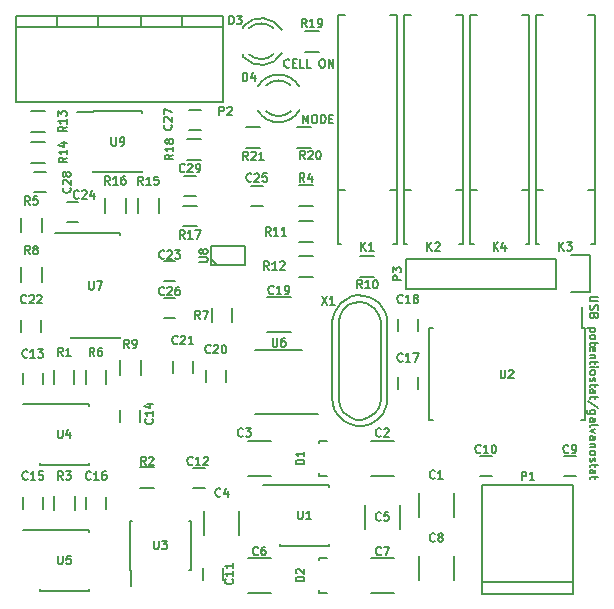
<source format=gto>
G04 #@! TF.FileFunction,Legend,Top*
%FSLAX46Y46*%
G04 Gerber Fmt 4.6, Leading zero omitted, Abs format (unit mm)*
G04 Created by KiCad (PCBNEW 4.0.5-e0-6337~49~ubuntu16.04.1) date Thu Jan 26 10:19:32 2017*
%MOMM*%
%LPD*%
G01*
G04 APERTURE LIST*
%ADD10C,0.100000*%
%ADD11C,0.150000*%
G04 APERTURE END LIST*
D10*
D11*
X249023933Y-48171269D02*
X248457267Y-48171269D01*
X248390600Y-48204602D01*
X248357267Y-48237935D01*
X248323933Y-48304602D01*
X248323933Y-48437935D01*
X248357267Y-48504602D01*
X248390600Y-48537935D01*
X248457267Y-48571269D01*
X249023933Y-48571269D01*
X248357267Y-48871268D02*
X248323933Y-48971268D01*
X248323933Y-49137935D01*
X248357267Y-49204602D01*
X248390600Y-49237935D01*
X248457267Y-49271268D01*
X248523933Y-49271268D01*
X248590600Y-49237935D01*
X248623933Y-49204602D01*
X248657267Y-49137935D01*
X248690600Y-49004602D01*
X248723933Y-48937935D01*
X248757267Y-48904602D01*
X248823933Y-48871268D01*
X248890600Y-48871268D01*
X248957267Y-48904602D01*
X248990600Y-48937935D01*
X249023933Y-49004602D01*
X249023933Y-49171268D01*
X248990600Y-49271268D01*
X248690600Y-49804602D02*
X248657267Y-49904602D01*
X248623933Y-49937935D01*
X248557267Y-49971269D01*
X248457267Y-49971269D01*
X248390600Y-49937935D01*
X248357267Y-49904602D01*
X248323933Y-49837935D01*
X248323933Y-49571269D01*
X249023933Y-49571269D01*
X249023933Y-49804602D01*
X248990600Y-49871269D01*
X248957267Y-49904602D01*
X248890600Y-49937935D01*
X248823933Y-49937935D01*
X248757267Y-49904602D01*
X248723933Y-49871269D01*
X248690600Y-49804602D01*
X248690600Y-49571269D01*
X248790600Y-50804602D02*
X248090600Y-50804602D01*
X248757267Y-50804602D02*
X248790600Y-50871268D01*
X248790600Y-51004602D01*
X248757267Y-51071268D01*
X248723933Y-51104602D01*
X248657267Y-51137935D01*
X248457267Y-51137935D01*
X248390600Y-51104602D01*
X248357267Y-51071268D01*
X248323933Y-51004602D01*
X248323933Y-50871268D01*
X248357267Y-50804602D01*
X248323933Y-51537935D02*
X248357267Y-51471268D01*
X248390600Y-51437935D01*
X248457267Y-51404601D01*
X248657267Y-51404601D01*
X248723933Y-51437935D01*
X248757267Y-51471268D01*
X248790600Y-51537935D01*
X248790600Y-51637935D01*
X248757267Y-51704601D01*
X248723933Y-51737935D01*
X248657267Y-51771268D01*
X248457267Y-51771268D01*
X248390600Y-51737935D01*
X248357267Y-51704601D01*
X248323933Y-51637935D01*
X248323933Y-51537935D01*
X248790600Y-51971268D02*
X248790600Y-52237934D01*
X249023933Y-52071268D02*
X248423933Y-52071268D01*
X248357267Y-52104601D01*
X248323933Y-52171268D01*
X248323933Y-52237934D01*
X248357267Y-52737934D02*
X248323933Y-52671268D01*
X248323933Y-52537934D01*
X248357267Y-52471268D01*
X248423933Y-52437934D01*
X248690600Y-52437934D01*
X248757267Y-52471268D01*
X248790600Y-52537934D01*
X248790600Y-52671268D01*
X248757267Y-52737934D01*
X248690600Y-52771268D01*
X248623933Y-52771268D01*
X248557267Y-52437934D01*
X248790600Y-53071268D02*
X248323933Y-53071268D01*
X248723933Y-53071268D02*
X248757267Y-53104601D01*
X248790600Y-53171268D01*
X248790600Y-53271268D01*
X248757267Y-53337934D01*
X248690600Y-53371268D01*
X248323933Y-53371268D01*
X248790600Y-53604601D02*
X248790600Y-53871267D01*
X249023933Y-53704601D02*
X248423933Y-53704601D01*
X248357267Y-53737934D01*
X248323933Y-53804601D01*
X248323933Y-53871267D01*
X248323933Y-54104601D02*
X248790600Y-54104601D01*
X249023933Y-54104601D02*
X248990600Y-54071267D01*
X248957267Y-54104601D01*
X248990600Y-54137934D01*
X249023933Y-54104601D01*
X248957267Y-54104601D01*
X248323933Y-54537934D02*
X248357267Y-54471267D01*
X248390600Y-54437934D01*
X248457267Y-54404600D01*
X248657267Y-54404600D01*
X248723933Y-54437934D01*
X248757267Y-54471267D01*
X248790600Y-54537934D01*
X248790600Y-54637934D01*
X248757267Y-54704600D01*
X248723933Y-54737934D01*
X248657267Y-54771267D01*
X248457267Y-54771267D01*
X248390600Y-54737934D01*
X248357267Y-54704600D01*
X248323933Y-54637934D01*
X248323933Y-54537934D01*
X248357267Y-55037933D02*
X248323933Y-55104600D01*
X248323933Y-55237933D01*
X248357267Y-55304600D01*
X248423933Y-55337933D01*
X248457267Y-55337933D01*
X248523933Y-55304600D01*
X248557267Y-55237933D01*
X248557267Y-55137933D01*
X248590600Y-55071267D01*
X248657267Y-55037933D01*
X248690600Y-55037933D01*
X248757267Y-55071267D01*
X248790600Y-55137933D01*
X248790600Y-55237933D01*
X248757267Y-55304600D01*
X248790600Y-55537934D02*
X248790600Y-55804600D01*
X249023933Y-55637934D02*
X248423933Y-55637934D01*
X248357267Y-55671267D01*
X248323933Y-55737934D01*
X248323933Y-55804600D01*
X248323933Y-56337934D02*
X248690600Y-56337934D01*
X248757267Y-56304600D01*
X248790600Y-56237934D01*
X248790600Y-56104600D01*
X248757267Y-56037934D01*
X248357267Y-56337934D02*
X248323933Y-56271267D01*
X248323933Y-56104600D01*
X248357267Y-56037934D01*
X248423933Y-56004600D01*
X248490600Y-56004600D01*
X248557267Y-56037934D01*
X248590600Y-56104600D01*
X248590600Y-56271267D01*
X248623933Y-56337934D01*
X248790600Y-56571267D02*
X248790600Y-56837933D01*
X249023933Y-56671267D02*
X248423933Y-56671267D01*
X248357267Y-56704600D01*
X248323933Y-56771267D01*
X248323933Y-56837933D01*
X249057267Y-57571267D02*
X248157267Y-56971267D01*
X248790600Y-58104600D02*
X248223933Y-58104600D01*
X248157267Y-58071266D01*
X248123933Y-58037933D01*
X248090600Y-57971266D01*
X248090600Y-57871266D01*
X248123933Y-57804600D01*
X248357267Y-58104600D02*
X248323933Y-58037933D01*
X248323933Y-57904600D01*
X248357267Y-57837933D01*
X248390600Y-57804600D01*
X248457267Y-57771266D01*
X248657267Y-57771266D01*
X248723933Y-57804600D01*
X248757267Y-57837933D01*
X248790600Y-57904600D01*
X248790600Y-58037933D01*
X248757267Y-58104600D01*
X248323933Y-58737933D02*
X248690600Y-58737933D01*
X248757267Y-58704599D01*
X248790600Y-58637933D01*
X248790600Y-58504599D01*
X248757267Y-58437933D01*
X248357267Y-58737933D02*
X248323933Y-58671266D01*
X248323933Y-58504599D01*
X248357267Y-58437933D01*
X248423933Y-58404599D01*
X248490600Y-58404599D01*
X248557267Y-58437933D01*
X248590600Y-58504599D01*
X248590600Y-58671266D01*
X248623933Y-58737933D01*
X248323933Y-59171266D02*
X248357267Y-59104599D01*
X248423933Y-59071266D01*
X249023933Y-59071266D01*
X248790600Y-59371266D02*
X248323933Y-59537933D01*
X248790600Y-59704599D01*
X248323933Y-60271266D02*
X248690600Y-60271266D01*
X248757267Y-60237932D01*
X248790600Y-60171266D01*
X248790600Y-60037932D01*
X248757267Y-59971266D01*
X248357267Y-60271266D02*
X248323933Y-60204599D01*
X248323933Y-60037932D01*
X248357267Y-59971266D01*
X248423933Y-59937932D01*
X248490600Y-59937932D01*
X248557267Y-59971266D01*
X248590600Y-60037932D01*
X248590600Y-60204599D01*
X248623933Y-60271266D01*
X248790600Y-60604599D02*
X248323933Y-60604599D01*
X248723933Y-60604599D02*
X248757267Y-60637932D01*
X248790600Y-60704599D01*
X248790600Y-60804599D01*
X248757267Y-60871265D01*
X248690600Y-60904599D01*
X248323933Y-60904599D01*
X248323933Y-61337932D02*
X248357267Y-61271265D01*
X248390600Y-61237932D01*
X248457267Y-61204598D01*
X248657267Y-61204598D01*
X248723933Y-61237932D01*
X248757267Y-61271265D01*
X248790600Y-61337932D01*
X248790600Y-61437932D01*
X248757267Y-61504598D01*
X248723933Y-61537932D01*
X248657267Y-61571265D01*
X248457267Y-61571265D01*
X248390600Y-61537932D01*
X248357267Y-61504598D01*
X248323933Y-61437932D01*
X248323933Y-61337932D01*
X248357267Y-61837931D02*
X248323933Y-61904598D01*
X248323933Y-62037931D01*
X248357267Y-62104598D01*
X248423933Y-62137931D01*
X248457267Y-62137931D01*
X248523933Y-62104598D01*
X248557267Y-62037931D01*
X248557267Y-61937931D01*
X248590600Y-61871265D01*
X248657267Y-61837931D01*
X248690600Y-61837931D01*
X248757267Y-61871265D01*
X248790600Y-61937931D01*
X248790600Y-62037931D01*
X248757267Y-62104598D01*
X248790600Y-62337932D02*
X248790600Y-62604598D01*
X249023933Y-62437932D02*
X248423933Y-62437932D01*
X248357267Y-62471265D01*
X248323933Y-62537932D01*
X248323933Y-62604598D01*
X248323933Y-63137932D02*
X248690600Y-63137932D01*
X248757267Y-63104598D01*
X248790600Y-63037932D01*
X248790600Y-62904598D01*
X248757267Y-62837932D01*
X248357267Y-63137932D02*
X248323933Y-63071265D01*
X248323933Y-62904598D01*
X248357267Y-62837932D01*
X248423933Y-62804598D01*
X248490600Y-62804598D01*
X248557267Y-62837932D01*
X248590600Y-62904598D01*
X248590600Y-63071265D01*
X248623933Y-63137932D01*
X248790600Y-63371265D02*
X248790600Y-63637931D01*
X249023933Y-63471265D02*
X248423933Y-63471265D01*
X248357267Y-63504598D01*
X248323933Y-63571265D01*
X248323933Y-63637931D01*
X224031334Y-33463667D02*
X224031334Y-32763667D01*
X224264667Y-33263667D01*
X224498000Y-32763667D01*
X224498000Y-33463667D01*
X224964667Y-32763667D02*
X225098000Y-32763667D01*
X225164667Y-32797000D01*
X225231334Y-32863667D01*
X225264667Y-32997000D01*
X225264667Y-33230333D01*
X225231334Y-33363667D01*
X225164667Y-33430333D01*
X225098000Y-33463667D01*
X224964667Y-33463667D01*
X224898000Y-33430333D01*
X224831334Y-33363667D01*
X224798000Y-33230333D01*
X224798000Y-32997000D01*
X224831334Y-32863667D01*
X224898000Y-32797000D01*
X224964667Y-32763667D01*
X225564667Y-33463667D02*
X225564667Y-32763667D01*
X225731333Y-32763667D01*
X225831333Y-32797000D01*
X225898000Y-32863667D01*
X225931333Y-32930333D01*
X225964667Y-33063667D01*
X225964667Y-33163667D01*
X225931333Y-33297000D01*
X225898000Y-33363667D01*
X225831333Y-33430333D01*
X225731333Y-33463667D01*
X225564667Y-33463667D01*
X226264667Y-33097000D02*
X226498000Y-33097000D01*
X226598000Y-33463667D02*
X226264667Y-33463667D01*
X226264667Y-32763667D01*
X226598000Y-32763667D01*
X222869334Y-28698000D02*
X222836000Y-28731333D01*
X222736000Y-28764667D01*
X222669334Y-28764667D01*
X222569334Y-28731333D01*
X222502667Y-28664667D01*
X222469334Y-28598000D01*
X222436000Y-28464667D01*
X222436000Y-28364667D01*
X222469334Y-28231333D01*
X222502667Y-28164667D01*
X222569334Y-28098000D01*
X222669334Y-28064667D01*
X222736000Y-28064667D01*
X222836000Y-28098000D01*
X222869334Y-28131333D01*
X223169334Y-28398000D02*
X223402667Y-28398000D01*
X223502667Y-28764667D02*
X223169334Y-28764667D01*
X223169334Y-28064667D01*
X223502667Y-28064667D01*
X224136000Y-28764667D02*
X223802667Y-28764667D01*
X223802667Y-28064667D01*
X224702667Y-28764667D02*
X224369334Y-28764667D01*
X224369334Y-28064667D01*
X225602667Y-28064667D02*
X225736000Y-28064667D01*
X225802667Y-28098000D01*
X225869334Y-28164667D01*
X225902667Y-28298000D01*
X225902667Y-28531333D01*
X225869334Y-28664667D01*
X225802667Y-28731333D01*
X225736000Y-28764667D01*
X225602667Y-28764667D01*
X225536000Y-28731333D01*
X225469334Y-28664667D01*
X225436000Y-28531333D01*
X225436000Y-28298000D01*
X225469334Y-28164667D01*
X225536000Y-28098000D01*
X225602667Y-28064667D01*
X226202667Y-28764667D02*
X226202667Y-28064667D01*
X226602667Y-28764667D01*
X226602667Y-28064667D01*
X213234400Y-48299000D02*
X212234400Y-48299000D01*
X212234400Y-49999000D02*
X213234400Y-49999000D01*
X214987000Y-37935800D02*
X213987000Y-37935800D01*
X213987000Y-39635800D02*
X214987000Y-39635800D01*
X219616400Y-40474000D02*
X220616400Y-40474000D01*
X220616400Y-38774000D02*
X219616400Y-38774000D01*
X200318000Y-65143000D02*
X200318000Y-66143000D01*
X202018000Y-66143000D02*
X202018000Y-65143000D01*
X202934600Y-55550400D02*
X202934600Y-54350400D01*
X204684600Y-54350400D02*
X204684600Y-55550400D01*
X200318000Y-54602000D02*
X200318000Y-55602000D01*
X202018000Y-55602000D02*
X202018000Y-54602000D01*
X216254200Y-44984000D02*
X216778000Y-45503200D01*
X219101800Y-45503200D02*
X216254200Y-45503200D01*
X216254200Y-45503200D02*
X216254200Y-43904800D01*
X216254200Y-43904800D02*
X219101800Y-43904800D01*
X219101800Y-43904800D02*
X219101800Y-45503200D01*
X207402400Y-54350400D02*
X207402400Y-55550400D01*
X205652400Y-55550400D02*
X205652400Y-54350400D01*
X210273000Y-58777000D02*
X210273000Y-57777000D01*
X208573000Y-57777000D02*
X208573000Y-58777000D01*
X204394000Y-42794000D02*
X204394000Y-42819000D01*
X208544000Y-42794000D02*
X208544000Y-42909000D01*
X208544000Y-51694000D02*
X208544000Y-51579000D01*
X204394000Y-51694000D02*
X204394000Y-51579000D01*
X204394000Y-42794000D02*
X208544000Y-42794000D01*
X204394000Y-51694000D02*
X208544000Y-51694000D01*
X204394000Y-42819000D02*
X203019000Y-42819000D01*
X206281200Y-32484600D02*
X206281200Y-32534600D01*
X210431200Y-32484600D02*
X210431200Y-32629600D01*
X210431200Y-37634600D02*
X210431200Y-37489600D01*
X206281200Y-37634600D02*
X206281200Y-37489600D01*
X206281200Y-32484600D02*
X210431200Y-32484600D01*
X206281200Y-37634600D02*
X210431200Y-37634600D01*
X206281200Y-32534600D02*
X204881200Y-32534600D01*
X215067400Y-42200800D02*
X213867400Y-42200800D01*
X213867400Y-40450800D02*
X215067400Y-40450800D01*
X227853240Y-48895000D02*
X228254560Y-48694340D01*
X228254560Y-48694340D02*
X228854000Y-48592740D01*
X228854000Y-48592740D02*
X229354380Y-48694340D01*
X229354380Y-48694340D02*
X230052880Y-49093120D01*
X230052880Y-49093120D02*
X230454200Y-49695100D01*
X230454200Y-49695100D02*
X230654860Y-50294540D01*
X230654860Y-50294540D02*
X230654860Y-56893460D01*
X230654860Y-56893460D02*
X230454200Y-57594500D01*
X230454200Y-57594500D02*
X230154480Y-57993280D01*
X230154480Y-57993280D02*
X229654100Y-58394600D01*
X229654100Y-58394600D02*
X229054660Y-58595260D01*
X229054660Y-58595260D02*
X228554280Y-58595260D01*
X228554280Y-58595260D02*
X228053900Y-58394600D01*
X228053900Y-58394600D02*
X227454460Y-57894220D01*
X227454460Y-57894220D02*
X227154740Y-57393840D01*
X227154740Y-57393840D02*
X227053140Y-56893460D01*
X227053140Y-56794400D02*
X227053140Y-50192940D01*
X227053140Y-50192940D02*
X227154740Y-49794160D01*
X227154740Y-49794160D02*
X227454460Y-49293780D01*
X227454460Y-49293780D02*
X227954840Y-48793400D01*
X226524820Y-56784240D02*
X226573080Y-57243980D01*
X226573080Y-57243980D02*
X226684840Y-57642760D01*
X226684840Y-57642760D02*
X226903280Y-58074560D01*
X226903280Y-58074560D02*
X227134420Y-58364120D01*
X227134420Y-58364120D02*
X227484940Y-58694320D01*
X227484940Y-58694320D02*
X228023420Y-58983880D01*
X228023420Y-58983880D02*
X228622860Y-59113420D01*
X228622860Y-59113420D02*
X229133400Y-59113420D01*
X229133400Y-59113420D02*
X229834440Y-58943240D01*
X229834440Y-58943240D02*
X230423720Y-58544460D01*
X230423720Y-58544460D02*
X230794560Y-58084720D01*
X230794560Y-58084720D02*
X231002840Y-57663080D01*
X231002840Y-57663080D02*
X231162860Y-57213500D01*
X231162860Y-57213500D02*
X231193340Y-56774080D01*
X230974900Y-49433480D02*
X230753920Y-49055020D01*
X230753920Y-49055020D02*
X230474520Y-48734980D01*
X230474520Y-48734980D02*
X230144320Y-48483520D01*
X230144320Y-48483520D02*
X229593140Y-48183800D01*
X229593140Y-48183800D02*
X229123240Y-48074580D01*
X229123240Y-48074580D02*
X228663500Y-48054260D01*
X228663500Y-48054260D02*
X228203760Y-48143160D01*
X228203760Y-48143160D02*
X227754180Y-48333660D01*
X227754180Y-48333660D02*
X227284280Y-48694340D01*
X227284280Y-48694340D02*
X226964240Y-49044860D01*
X226964240Y-49044860D02*
X226733100Y-49433480D01*
X226733100Y-49433480D02*
X226593400Y-49862740D01*
X226593400Y-49862740D02*
X226524820Y-50304700D01*
X231183180Y-56794400D02*
X231183180Y-50342800D01*
X231183180Y-50342800D02*
X231145080Y-49923700D01*
X231145080Y-49923700D02*
X230974900Y-49433480D01*
X226524820Y-56794400D02*
X226524820Y-50342800D01*
X231759000Y-60374000D02*
X229759000Y-60374000D01*
X229759000Y-63324000D02*
X231759000Y-63324000D01*
X219345000Y-63324000D02*
X221345000Y-63324000D01*
X221345000Y-60374000D02*
X219345000Y-60374000D01*
X218645000Y-68310000D02*
X218645000Y-66310000D01*
X215695000Y-66310000D02*
X215695000Y-68310000D01*
X229284000Y-65802000D02*
X229284000Y-67802000D01*
X232234000Y-67802000D02*
X232234000Y-65802000D01*
X221345000Y-70280000D02*
X219345000Y-70280000D01*
X219345000Y-73230000D02*
X221345000Y-73230000D01*
X229759000Y-73230000D02*
X231759000Y-73230000D01*
X231759000Y-70280000D02*
X229759000Y-70280000D01*
X246134000Y-63334000D02*
X247134000Y-63334000D01*
X247134000Y-61634000D02*
X246134000Y-61634000D01*
X239022000Y-63334000D02*
X240022000Y-63334000D01*
X240022000Y-61634000D02*
X239022000Y-61634000D01*
X217258000Y-72128000D02*
X217258000Y-71128000D01*
X215558000Y-71128000D02*
X215558000Y-72128000D01*
X215765000Y-62650000D02*
X214765000Y-62650000D01*
X214765000Y-64350000D02*
X215765000Y-64350000D01*
X205677400Y-65149600D02*
X205677400Y-66149600D01*
X207377400Y-66149600D02*
X207377400Y-65149600D01*
X220996000Y-51132000D02*
X222996000Y-51132000D01*
X222996000Y-48182000D02*
X220996000Y-48182000D01*
X232068000Y-54999000D02*
X232068000Y-55999000D01*
X233768000Y-55999000D02*
X233768000Y-54999000D01*
X233768000Y-51046000D02*
X233768000Y-50046000D01*
X232068000Y-50046000D02*
X232068000Y-51046000D01*
X217512000Y-55364000D02*
X217512000Y-54364000D01*
X215812000Y-54364000D02*
X215812000Y-55364000D01*
X214718000Y-54602000D02*
X214718000Y-53602000D01*
X213018000Y-53602000D02*
X213018000Y-54602000D01*
X200191000Y-50157000D02*
X200191000Y-51157000D01*
X201891000Y-51157000D02*
X201891000Y-50157000D01*
X213234400Y-45174800D02*
X212234400Y-45174800D01*
X212234400Y-46874800D02*
X213234400Y-46874800D01*
X205030200Y-40171000D02*
X204030200Y-40171000D01*
X204030200Y-41871000D02*
X205030200Y-41871000D01*
X214374600Y-34022400D02*
X215374600Y-34022400D01*
X215374600Y-32322400D02*
X214374600Y-32322400D01*
X201287000Y-39331000D02*
X202287000Y-39331000D01*
X202287000Y-37631000D02*
X201287000Y-37631000D01*
X225409760Y-60549840D02*
X225409760Y-60598100D01*
X226110800Y-63348820D02*
X225409760Y-63348820D01*
X225409760Y-63348820D02*
X225409760Y-63099900D01*
X225409760Y-60549840D02*
X225409760Y-60349180D01*
X225409760Y-60349180D02*
X226110800Y-60349180D01*
X225409760Y-70455840D02*
X225409760Y-70504100D01*
X226110800Y-73254820D02*
X225409760Y-73254820D01*
X225409760Y-73254820D02*
X225409760Y-73005900D01*
X225409760Y-70455840D02*
X225409760Y-70255180D01*
X225409760Y-70255180D02*
X226110800Y-70255180D01*
X219003000Y-27857000D02*
X219003000Y-27657000D01*
X219003000Y-25263000D02*
X219003000Y-25443000D01*
X222230744Y-25573357D02*
G75*
G03X219003000Y-25257000I-1727744J-1003643D01*
G01*
X221555006Y-25443932D02*
G75*
G03X219452000Y-25443000I-1052006J-1133068D01*
G01*
X219015780Y-27883726D02*
G75*
G03X222253000Y-27537000I1497220J1306726D01*
G01*
X219489111Y-27656253D02*
G75*
G03X221537000Y-27637000I1013889J1079253D01*
G01*
X220214974Y-32401865D02*
G75*
G03X223736000Y-32369000I1751026J1032865D01*
G01*
X220913920Y-32467070D02*
G75*
G03X223016000Y-32469000I1052080J1132070D01*
G01*
X223701829Y-30350456D02*
G75*
G03X220216000Y-30375000I-1735829J-1018544D01*
G01*
X222980063Y-30259744D02*
G75*
G03X220936000Y-30275000I-1014063J-1075256D01*
G01*
X239227360Y-72306180D02*
X246928640Y-72306180D01*
X239227360Y-73306940D02*
X246928640Y-73306940D01*
X246928640Y-73306940D02*
X246928640Y-64107060D01*
X246928640Y-64107060D02*
X239227360Y-64107060D01*
X239227360Y-64107060D02*
X239227360Y-73306940D01*
X245491000Y-47498000D02*
X232791000Y-47498000D01*
X232791000Y-47498000D02*
X232791000Y-44958000D01*
X232791000Y-44958000D02*
X245491000Y-44958000D01*
X248311000Y-47778000D02*
X246761000Y-47778000D01*
X245491000Y-47498000D02*
X245491000Y-44958000D01*
X246761000Y-44678000D02*
X248311000Y-44678000D01*
X248311000Y-44678000D02*
X248311000Y-47778000D01*
X210260600Y-62625000D02*
X211460600Y-62625000D01*
X211460600Y-64375000D02*
X210260600Y-64375000D01*
X202960000Y-66243800D02*
X202960000Y-65043800D01*
X204710000Y-65043800D02*
X204710000Y-66243800D01*
X223682000Y-38749000D02*
X224882000Y-38749000D01*
X224882000Y-40499000D02*
X223682000Y-40499000D01*
X201916000Y-41498000D02*
X201916000Y-42698000D01*
X200166000Y-42698000D02*
X200166000Y-41498000D01*
X216295000Y-50320500D02*
X216295000Y-49120500D01*
X218045000Y-49120500D02*
X218045000Y-50320500D01*
X201916000Y-45689000D02*
X201916000Y-46889000D01*
X200166000Y-46889000D02*
X200166000Y-45689000D01*
X210298000Y-53563000D02*
X210298000Y-54763000D01*
X208548000Y-54763000D02*
X208548000Y-53563000D01*
X230089000Y-46468000D02*
X228889000Y-46468000D01*
X228889000Y-44718000D02*
X230089000Y-44718000D01*
X224882000Y-43547000D02*
X223682000Y-43547000D01*
X223682000Y-41797000D02*
X224882000Y-41797000D01*
X224882000Y-46468000D02*
X223682000Y-46468000D01*
X223682000Y-44718000D02*
X224882000Y-44718000D01*
X202189600Y-34199800D02*
X200989600Y-34199800D01*
X200989600Y-32449800D02*
X202189600Y-32449800D01*
X201010000Y-35066000D02*
X202210000Y-35066000D01*
X202210000Y-36816000D02*
X201010000Y-36816000D01*
X211822000Y-39852000D02*
X211822000Y-41052000D01*
X210072000Y-41052000D02*
X210072000Y-39852000D01*
X207278000Y-41047000D02*
X207278000Y-39847000D01*
X209028000Y-39847000D02*
X209028000Y-41047000D01*
X215443400Y-36587400D02*
X214243400Y-36587400D01*
X214243400Y-34837400D02*
X215443400Y-34837400D01*
X225390000Y-27418000D02*
X224190000Y-27418000D01*
X224190000Y-25668000D02*
X225390000Y-25668000D01*
X223555000Y-33796000D02*
X224755000Y-33796000D01*
X224755000Y-35546000D02*
X223555000Y-35546000D01*
X219237000Y-33796000D02*
X220437000Y-33796000D01*
X220437000Y-35546000D02*
X219237000Y-35546000D01*
X222080000Y-64100000D02*
X222080000Y-64150000D01*
X226230000Y-64100000D02*
X226230000Y-64245000D01*
X226230000Y-69250000D02*
X226230000Y-69105000D01*
X222080000Y-69250000D02*
X222080000Y-69105000D01*
X222080000Y-64100000D02*
X226230000Y-64100000D01*
X222080000Y-69250000D02*
X226230000Y-69250000D01*
X222080000Y-64150000D02*
X220680000Y-64150000D01*
X247875000Y-50862000D02*
X247625000Y-50862000D01*
X247875000Y-58612000D02*
X247540000Y-58612000D01*
X234725000Y-58612000D02*
X235060000Y-58612000D01*
X234725000Y-50862000D02*
X235060000Y-50862000D01*
X247875000Y-50862000D02*
X247875000Y-58612000D01*
X234725000Y-50862000D02*
X234725000Y-58612000D01*
X247625000Y-50862000D02*
X247625000Y-49062000D01*
X209388000Y-71290000D02*
X209438000Y-71290000D01*
X209388000Y-67140000D02*
X209533000Y-67140000D01*
X214538000Y-67140000D02*
X214393000Y-67140000D01*
X214538000Y-71290000D02*
X214393000Y-71290000D01*
X209388000Y-71290000D02*
X209388000Y-67140000D01*
X214538000Y-71290000D02*
X214538000Y-67140000D01*
X209438000Y-71290000D02*
X209438000Y-72690000D01*
X201767600Y-57242000D02*
X201767600Y-57292000D01*
X205917600Y-57242000D02*
X205917600Y-57387000D01*
X205917600Y-62392000D02*
X205917600Y-62247000D01*
X201767600Y-62392000D02*
X201767600Y-62247000D01*
X201767600Y-57242000D02*
X205917600Y-57242000D01*
X201767600Y-62392000D02*
X205917600Y-62392000D01*
X201767600Y-57292000D02*
X200367600Y-57292000D01*
X201760000Y-67910000D02*
X201760000Y-67960000D01*
X205910000Y-67910000D02*
X205910000Y-68055000D01*
X205910000Y-73060000D02*
X205910000Y-72915000D01*
X201760000Y-73060000D02*
X201760000Y-72915000D01*
X201760000Y-67910000D02*
X205910000Y-67910000D01*
X201760000Y-73060000D02*
X205910000Y-73060000D01*
X201760000Y-67960000D02*
X200360000Y-67960000D01*
X223996000Y-52697000D02*
X219996000Y-52697000D01*
X225271000Y-58097000D02*
X219996000Y-58097000D01*
X233856000Y-64786000D02*
X233856000Y-66786000D01*
X236806000Y-66786000D02*
X236806000Y-64786000D01*
X236806000Y-72120000D02*
X236806000Y-70120000D01*
X233856000Y-70120000D02*
X233856000Y-72120000D01*
X203200000Y-25200000D02*
X203200000Y-24400000D01*
X206700000Y-25200000D02*
X206700000Y-24400000D01*
X213800000Y-25200000D02*
X213800000Y-24400000D01*
X210300000Y-25200000D02*
X210300000Y-24400000D01*
X217300000Y-24400000D02*
X199700000Y-24400000D01*
X217300000Y-25300000D02*
X199700000Y-25300000D01*
X217300000Y-31700000D02*
X217300000Y-24400000D01*
X199700000Y-24400000D02*
X199700000Y-31700000D01*
X199700000Y-31700000D02*
X217300000Y-31700000D01*
X231989000Y-24296000D02*
X231989000Y-43696000D01*
X226989000Y-43696000D02*
X226989000Y-24296000D01*
X231989000Y-39116000D02*
X231389000Y-39116000D01*
X226989000Y-39116000D02*
X227589000Y-39116000D01*
X231989000Y-43696000D02*
X231689000Y-43696000D01*
X231989000Y-24296000D02*
X231389000Y-24296000D01*
X226989000Y-43696000D02*
X227289000Y-43696000D01*
X226989000Y-24296000D02*
X227589000Y-24296000D01*
X237577000Y-24296000D02*
X237577000Y-43696000D01*
X232577000Y-43696000D02*
X232577000Y-24296000D01*
X237577000Y-39116000D02*
X236977000Y-39116000D01*
X232577000Y-39116000D02*
X233177000Y-39116000D01*
X237577000Y-43696000D02*
X237277000Y-43696000D01*
X237577000Y-24296000D02*
X236977000Y-24296000D01*
X232577000Y-43696000D02*
X232877000Y-43696000D01*
X232577000Y-24296000D02*
X233177000Y-24296000D01*
X248753000Y-24296000D02*
X248753000Y-43696000D01*
X243753000Y-43696000D02*
X243753000Y-24296000D01*
X248753000Y-39116000D02*
X248153000Y-39116000D01*
X243753000Y-39116000D02*
X244353000Y-39116000D01*
X248753000Y-43696000D02*
X248453000Y-43696000D01*
X248753000Y-24296000D02*
X248153000Y-24296000D01*
X243753000Y-43696000D02*
X244053000Y-43696000D01*
X243753000Y-24296000D02*
X244353000Y-24296000D01*
X243190400Y-24296000D02*
X243190400Y-43696000D01*
X238190400Y-43696000D02*
X238190400Y-24296000D01*
X243190400Y-39116000D02*
X242590400Y-39116000D01*
X238190400Y-39116000D02*
X238790400Y-39116000D01*
X243190400Y-43696000D02*
X242890400Y-43696000D01*
X243190400Y-24296000D02*
X242590400Y-24296000D01*
X238190400Y-43696000D02*
X238490400Y-43696000D01*
X238190400Y-24296000D02*
X238790400Y-24296000D01*
X212284400Y-47976600D02*
X212251066Y-48009933D01*
X212151066Y-48043267D01*
X212084400Y-48043267D01*
X211984400Y-48009933D01*
X211917733Y-47943267D01*
X211884400Y-47876600D01*
X211851066Y-47743267D01*
X211851066Y-47643267D01*
X211884400Y-47509933D01*
X211917733Y-47443267D01*
X211984400Y-47376600D01*
X212084400Y-47343267D01*
X212151066Y-47343267D01*
X212251066Y-47376600D01*
X212284400Y-47409933D01*
X212551066Y-47409933D02*
X212584400Y-47376600D01*
X212651066Y-47343267D01*
X212817733Y-47343267D01*
X212884400Y-47376600D01*
X212917733Y-47409933D01*
X212951066Y-47476600D01*
X212951066Y-47543267D01*
X212917733Y-47643267D01*
X212517733Y-48043267D01*
X212951066Y-48043267D01*
X213551067Y-47343267D02*
X213417733Y-47343267D01*
X213351067Y-47376600D01*
X213317733Y-47409933D01*
X213251067Y-47509933D01*
X213217733Y-47643267D01*
X213217733Y-47909933D01*
X213251067Y-47976600D01*
X213284400Y-48009933D01*
X213351067Y-48043267D01*
X213484400Y-48043267D01*
X213551067Y-48009933D01*
X213584400Y-47976600D01*
X213617733Y-47909933D01*
X213617733Y-47743267D01*
X213584400Y-47676600D01*
X213551067Y-47643267D01*
X213484400Y-47609933D01*
X213351067Y-47609933D01*
X213284400Y-47643267D01*
X213251067Y-47676600D01*
X213217733Y-47743267D01*
X214027600Y-37562600D02*
X213994266Y-37595933D01*
X213894266Y-37629267D01*
X213827600Y-37629267D01*
X213727600Y-37595933D01*
X213660933Y-37529267D01*
X213627600Y-37462600D01*
X213594266Y-37329267D01*
X213594266Y-37229267D01*
X213627600Y-37095933D01*
X213660933Y-37029267D01*
X213727600Y-36962600D01*
X213827600Y-36929267D01*
X213894266Y-36929267D01*
X213994266Y-36962600D01*
X214027600Y-36995933D01*
X214294266Y-36995933D02*
X214327600Y-36962600D01*
X214394266Y-36929267D01*
X214560933Y-36929267D01*
X214627600Y-36962600D01*
X214660933Y-36995933D01*
X214694266Y-37062600D01*
X214694266Y-37129267D01*
X214660933Y-37229267D01*
X214260933Y-37629267D01*
X214694266Y-37629267D01*
X215027600Y-37629267D02*
X215160933Y-37629267D01*
X215227600Y-37595933D01*
X215260933Y-37562600D01*
X215327600Y-37462600D01*
X215360933Y-37329267D01*
X215360933Y-37062600D01*
X215327600Y-36995933D01*
X215294267Y-36962600D01*
X215227600Y-36929267D01*
X215094267Y-36929267D01*
X215027600Y-36962600D01*
X214994267Y-36995933D01*
X214960933Y-37062600D01*
X214960933Y-37229267D01*
X214994267Y-37295933D01*
X215027600Y-37329267D01*
X215094267Y-37362600D01*
X215227600Y-37362600D01*
X215294267Y-37329267D01*
X215327600Y-37295933D01*
X215360933Y-37229267D01*
X219666400Y-38350000D02*
X219633066Y-38383333D01*
X219533066Y-38416667D01*
X219466400Y-38416667D01*
X219366400Y-38383333D01*
X219299733Y-38316667D01*
X219266400Y-38250000D01*
X219233066Y-38116667D01*
X219233066Y-38016667D01*
X219266400Y-37883333D01*
X219299733Y-37816667D01*
X219366400Y-37750000D01*
X219466400Y-37716667D01*
X219533066Y-37716667D01*
X219633066Y-37750000D01*
X219666400Y-37783333D01*
X219933066Y-37783333D02*
X219966400Y-37750000D01*
X220033066Y-37716667D01*
X220199733Y-37716667D01*
X220266400Y-37750000D01*
X220299733Y-37783333D01*
X220333066Y-37850000D01*
X220333066Y-37916667D01*
X220299733Y-38016667D01*
X219899733Y-38416667D01*
X220333066Y-38416667D01*
X220966400Y-37716667D02*
X220633067Y-37716667D01*
X220599733Y-38050000D01*
X220633067Y-38016667D01*
X220699733Y-37983333D01*
X220866400Y-37983333D01*
X220933067Y-38016667D01*
X220966400Y-38050000D01*
X220999733Y-38116667D01*
X220999733Y-38283333D01*
X220966400Y-38350000D01*
X220933067Y-38383333D01*
X220866400Y-38416667D01*
X220699733Y-38416667D01*
X220633067Y-38383333D01*
X220599733Y-38350000D01*
X200718000Y-63597600D02*
X200684666Y-63630933D01*
X200584666Y-63664267D01*
X200518000Y-63664267D01*
X200418000Y-63630933D01*
X200351333Y-63564267D01*
X200318000Y-63497600D01*
X200284666Y-63364267D01*
X200284666Y-63264267D01*
X200318000Y-63130933D01*
X200351333Y-63064267D01*
X200418000Y-62997600D01*
X200518000Y-62964267D01*
X200584666Y-62964267D01*
X200684666Y-62997600D01*
X200718000Y-63030933D01*
X201384666Y-63664267D02*
X200984666Y-63664267D01*
X201184666Y-63664267D02*
X201184666Y-62964267D01*
X201118000Y-63064267D01*
X201051333Y-63130933D01*
X200984666Y-63164267D01*
X202018000Y-62964267D02*
X201684667Y-62964267D01*
X201651333Y-63297600D01*
X201684667Y-63264267D01*
X201751333Y-63230933D01*
X201918000Y-63230933D01*
X201984667Y-63264267D01*
X202018000Y-63297600D01*
X202051333Y-63364267D01*
X202051333Y-63530933D01*
X202018000Y-63597600D01*
X201984667Y-63630933D01*
X201918000Y-63664267D01*
X201751333Y-63664267D01*
X201684667Y-63630933D01*
X201651333Y-63597600D01*
X203718334Y-53174067D02*
X203485000Y-52840733D01*
X203318334Y-53174067D02*
X203318334Y-52474067D01*
X203585000Y-52474067D01*
X203651667Y-52507400D01*
X203685000Y-52540733D01*
X203718334Y-52607400D01*
X203718334Y-52707400D01*
X203685000Y-52774067D01*
X203651667Y-52807400D01*
X203585000Y-52840733D01*
X203318334Y-52840733D01*
X204385000Y-53174067D02*
X203985000Y-53174067D01*
X204185000Y-53174067D02*
X204185000Y-52474067D01*
X204118334Y-52574067D01*
X204051667Y-52640733D01*
X203985000Y-52674067D01*
X200692600Y-53253200D02*
X200659266Y-53286533D01*
X200559266Y-53319867D01*
X200492600Y-53319867D01*
X200392600Y-53286533D01*
X200325933Y-53219867D01*
X200292600Y-53153200D01*
X200259266Y-53019867D01*
X200259266Y-52919867D01*
X200292600Y-52786533D01*
X200325933Y-52719867D01*
X200392600Y-52653200D01*
X200492600Y-52619867D01*
X200559266Y-52619867D01*
X200659266Y-52653200D01*
X200692600Y-52686533D01*
X201359266Y-53319867D02*
X200959266Y-53319867D01*
X201159266Y-53319867D02*
X201159266Y-52619867D01*
X201092600Y-52719867D01*
X201025933Y-52786533D01*
X200959266Y-52819867D01*
X201592600Y-52619867D02*
X202025933Y-52619867D01*
X201792600Y-52886533D01*
X201892600Y-52886533D01*
X201959267Y-52919867D01*
X201992600Y-52953200D01*
X202025933Y-53019867D01*
X202025933Y-53186533D01*
X201992600Y-53253200D01*
X201959267Y-53286533D01*
X201892600Y-53319867D01*
X201692600Y-53319867D01*
X201625933Y-53286533D01*
X201592600Y-53253200D01*
X215262667Y-45237333D02*
X215829333Y-45237333D01*
X215896000Y-45204000D01*
X215929333Y-45170667D01*
X215962667Y-45104000D01*
X215962667Y-44970667D01*
X215929333Y-44904000D01*
X215896000Y-44870667D01*
X215829333Y-44837333D01*
X215262667Y-44837333D01*
X215562667Y-44404000D02*
X215529333Y-44470667D01*
X215496000Y-44504000D01*
X215429333Y-44537334D01*
X215396000Y-44537334D01*
X215329333Y-44504000D01*
X215296000Y-44470667D01*
X215262667Y-44404000D01*
X215262667Y-44270667D01*
X215296000Y-44204000D01*
X215329333Y-44170667D01*
X215396000Y-44137334D01*
X215429333Y-44137334D01*
X215496000Y-44170667D01*
X215529333Y-44204000D01*
X215562667Y-44270667D01*
X215562667Y-44404000D01*
X215596000Y-44470667D01*
X215629333Y-44504000D01*
X215696000Y-44537334D01*
X215829333Y-44537334D01*
X215896000Y-44504000D01*
X215929333Y-44470667D01*
X215962667Y-44404000D01*
X215962667Y-44270667D01*
X215929333Y-44204000D01*
X215896000Y-44170667D01*
X215829333Y-44137334D01*
X215696000Y-44137334D01*
X215629333Y-44170667D01*
X215596000Y-44204000D01*
X215562667Y-44270667D01*
X206385334Y-53174067D02*
X206152000Y-52840733D01*
X205985334Y-53174067D02*
X205985334Y-52474067D01*
X206252000Y-52474067D01*
X206318667Y-52507400D01*
X206352000Y-52540733D01*
X206385334Y-52607400D01*
X206385334Y-52707400D01*
X206352000Y-52774067D01*
X206318667Y-52807400D01*
X206252000Y-52840733D01*
X205985334Y-52840733D01*
X206985334Y-52474067D02*
X206852000Y-52474067D01*
X206785334Y-52507400D01*
X206752000Y-52540733D01*
X206685334Y-52640733D01*
X206652000Y-52774067D01*
X206652000Y-53040733D01*
X206685334Y-53107400D01*
X206718667Y-53140733D01*
X206785334Y-53174067D01*
X206918667Y-53174067D01*
X206985334Y-53140733D01*
X207018667Y-53107400D01*
X207052000Y-53040733D01*
X207052000Y-52874067D01*
X207018667Y-52807400D01*
X206985334Y-52774067D01*
X206918667Y-52740733D01*
X206785334Y-52740733D01*
X206718667Y-52774067D01*
X206685334Y-52807400D01*
X206652000Y-52874067D01*
X211273200Y-58507800D02*
X211306533Y-58541134D01*
X211339867Y-58641134D01*
X211339867Y-58707800D01*
X211306533Y-58807800D01*
X211239867Y-58874467D01*
X211173200Y-58907800D01*
X211039867Y-58941134D01*
X210939867Y-58941134D01*
X210806533Y-58907800D01*
X210739867Y-58874467D01*
X210673200Y-58807800D01*
X210639867Y-58707800D01*
X210639867Y-58641134D01*
X210673200Y-58541134D01*
X210706533Y-58507800D01*
X211339867Y-57841134D02*
X211339867Y-58241134D01*
X211339867Y-58041134D02*
X210639867Y-58041134D01*
X210739867Y-58107800D01*
X210806533Y-58174467D01*
X210839867Y-58241134D01*
X210873200Y-57241133D02*
X211339867Y-57241133D01*
X210606533Y-57407800D02*
X211106533Y-57574467D01*
X211106533Y-57141133D01*
X205917867Y-46860667D02*
X205917867Y-47427333D01*
X205951200Y-47494000D01*
X205984533Y-47527333D01*
X206051200Y-47560667D01*
X206184533Y-47560667D01*
X206251200Y-47527333D01*
X206284533Y-47494000D01*
X206317867Y-47427333D01*
X206317867Y-46860667D01*
X206584533Y-46860667D02*
X207051200Y-46860667D01*
X206751200Y-47560667D01*
X207822867Y-34668667D02*
X207822867Y-35235333D01*
X207856200Y-35302000D01*
X207889533Y-35335333D01*
X207956200Y-35368667D01*
X208089533Y-35368667D01*
X208156200Y-35335333D01*
X208189533Y-35302000D01*
X208222867Y-35235333D01*
X208222867Y-34668667D01*
X208589533Y-35368667D02*
X208722866Y-35368667D01*
X208789533Y-35335333D01*
X208822866Y-35302000D01*
X208889533Y-35202000D01*
X208922866Y-35068667D01*
X208922866Y-34802000D01*
X208889533Y-34735333D01*
X208856200Y-34702000D01*
X208789533Y-34668667D01*
X208656200Y-34668667D01*
X208589533Y-34702000D01*
X208556200Y-34735333D01*
X208522866Y-34802000D01*
X208522866Y-34968667D01*
X208556200Y-35035333D01*
X208589533Y-35068667D01*
X208656200Y-35102000D01*
X208789533Y-35102000D01*
X208856200Y-35068667D01*
X208889533Y-35035333D01*
X208922866Y-34968667D01*
X214027600Y-43242667D02*
X213794266Y-42909333D01*
X213627600Y-43242667D02*
X213627600Y-42542667D01*
X213894266Y-42542667D01*
X213960933Y-42576000D01*
X213994266Y-42609333D01*
X214027600Y-42676000D01*
X214027600Y-42776000D01*
X213994266Y-42842667D01*
X213960933Y-42876000D01*
X213894266Y-42909333D01*
X213627600Y-42909333D01*
X214694266Y-43242667D02*
X214294266Y-43242667D01*
X214494266Y-43242667D02*
X214494266Y-42542667D01*
X214427600Y-42642667D01*
X214360933Y-42709333D01*
X214294266Y-42742667D01*
X214927600Y-42542667D02*
X215394267Y-42542667D01*
X215094267Y-43242667D01*
X225620333Y-48130667D02*
X226087000Y-48830667D01*
X226087000Y-48130667D02*
X225620333Y-48830667D01*
X226720333Y-48830667D02*
X226320333Y-48830667D01*
X226520333Y-48830667D02*
X226520333Y-48130667D01*
X226453667Y-48230667D01*
X226387000Y-48297333D01*
X226320333Y-48330667D01*
X230642334Y-59940000D02*
X230609000Y-59973333D01*
X230509000Y-60006667D01*
X230442334Y-60006667D01*
X230342334Y-59973333D01*
X230275667Y-59906667D01*
X230242334Y-59840000D01*
X230209000Y-59706667D01*
X230209000Y-59606667D01*
X230242334Y-59473333D01*
X230275667Y-59406667D01*
X230342334Y-59340000D01*
X230442334Y-59306667D01*
X230509000Y-59306667D01*
X230609000Y-59340000D01*
X230642334Y-59373333D01*
X230909000Y-59373333D02*
X230942334Y-59340000D01*
X231009000Y-59306667D01*
X231175667Y-59306667D01*
X231242334Y-59340000D01*
X231275667Y-59373333D01*
X231309000Y-59440000D01*
X231309000Y-59506667D01*
X231275667Y-59606667D01*
X230875667Y-60006667D01*
X231309000Y-60006667D01*
X218958334Y-59940000D02*
X218925000Y-59973333D01*
X218825000Y-60006667D01*
X218758334Y-60006667D01*
X218658334Y-59973333D01*
X218591667Y-59906667D01*
X218558334Y-59840000D01*
X218525000Y-59706667D01*
X218525000Y-59606667D01*
X218558334Y-59473333D01*
X218591667Y-59406667D01*
X218658334Y-59340000D01*
X218758334Y-59306667D01*
X218825000Y-59306667D01*
X218925000Y-59340000D01*
X218958334Y-59373333D01*
X219191667Y-59306667D02*
X219625000Y-59306667D01*
X219391667Y-59573333D01*
X219491667Y-59573333D01*
X219558334Y-59606667D01*
X219591667Y-59640000D01*
X219625000Y-59706667D01*
X219625000Y-59873333D01*
X219591667Y-59940000D01*
X219558334Y-59973333D01*
X219491667Y-60006667D01*
X219291667Y-60006667D01*
X219225000Y-59973333D01*
X219191667Y-59940000D01*
X217053334Y-65020000D02*
X217020000Y-65053333D01*
X216920000Y-65086667D01*
X216853334Y-65086667D01*
X216753334Y-65053333D01*
X216686667Y-64986667D01*
X216653334Y-64920000D01*
X216620000Y-64786667D01*
X216620000Y-64686667D01*
X216653334Y-64553333D01*
X216686667Y-64486667D01*
X216753334Y-64420000D01*
X216853334Y-64386667D01*
X216920000Y-64386667D01*
X217020000Y-64420000D01*
X217053334Y-64453333D01*
X217653334Y-64620000D02*
X217653334Y-65086667D01*
X217486667Y-64353333D02*
X217320000Y-64853333D01*
X217753334Y-64853333D01*
X230642334Y-67052000D02*
X230609000Y-67085333D01*
X230509000Y-67118667D01*
X230442334Y-67118667D01*
X230342334Y-67085333D01*
X230275667Y-67018667D01*
X230242334Y-66952000D01*
X230209000Y-66818667D01*
X230209000Y-66718667D01*
X230242334Y-66585333D01*
X230275667Y-66518667D01*
X230342334Y-66452000D01*
X230442334Y-66418667D01*
X230509000Y-66418667D01*
X230609000Y-66452000D01*
X230642334Y-66485333D01*
X231275667Y-66418667D02*
X230942334Y-66418667D01*
X230909000Y-66752000D01*
X230942334Y-66718667D01*
X231009000Y-66685333D01*
X231175667Y-66685333D01*
X231242334Y-66718667D01*
X231275667Y-66752000D01*
X231309000Y-66818667D01*
X231309000Y-66985333D01*
X231275667Y-67052000D01*
X231242334Y-67085333D01*
X231175667Y-67118667D01*
X231009000Y-67118667D01*
X230942334Y-67085333D01*
X230909000Y-67052000D01*
X220228334Y-69973000D02*
X220195000Y-70006333D01*
X220095000Y-70039667D01*
X220028334Y-70039667D01*
X219928334Y-70006333D01*
X219861667Y-69939667D01*
X219828334Y-69873000D01*
X219795000Y-69739667D01*
X219795000Y-69639667D01*
X219828334Y-69506333D01*
X219861667Y-69439667D01*
X219928334Y-69373000D01*
X220028334Y-69339667D01*
X220095000Y-69339667D01*
X220195000Y-69373000D01*
X220228334Y-69406333D01*
X220828334Y-69339667D02*
X220695000Y-69339667D01*
X220628334Y-69373000D01*
X220595000Y-69406333D01*
X220528334Y-69506333D01*
X220495000Y-69639667D01*
X220495000Y-69906333D01*
X220528334Y-69973000D01*
X220561667Y-70006333D01*
X220628334Y-70039667D01*
X220761667Y-70039667D01*
X220828334Y-70006333D01*
X220861667Y-69973000D01*
X220895000Y-69906333D01*
X220895000Y-69739667D01*
X220861667Y-69673000D01*
X220828334Y-69639667D01*
X220761667Y-69606333D01*
X220628334Y-69606333D01*
X220561667Y-69639667D01*
X220528334Y-69673000D01*
X220495000Y-69739667D01*
X230642334Y-69973000D02*
X230609000Y-70006333D01*
X230509000Y-70039667D01*
X230442334Y-70039667D01*
X230342334Y-70006333D01*
X230275667Y-69939667D01*
X230242334Y-69873000D01*
X230209000Y-69739667D01*
X230209000Y-69639667D01*
X230242334Y-69506333D01*
X230275667Y-69439667D01*
X230342334Y-69373000D01*
X230442334Y-69339667D01*
X230509000Y-69339667D01*
X230609000Y-69373000D01*
X230642334Y-69406333D01*
X230875667Y-69339667D02*
X231342334Y-69339667D01*
X231042334Y-70039667D01*
X246517334Y-61337000D02*
X246484000Y-61370333D01*
X246384000Y-61403667D01*
X246317334Y-61403667D01*
X246217334Y-61370333D01*
X246150667Y-61303667D01*
X246117334Y-61237000D01*
X246084000Y-61103667D01*
X246084000Y-61003667D01*
X246117334Y-60870333D01*
X246150667Y-60803667D01*
X246217334Y-60737000D01*
X246317334Y-60703667D01*
X246384000Y-60703667D01*
X246484000Y-60737000D01*
X246517334Y-60770333D01*
X246850667Y-61403667D02*
X246984000Y-61403667D01*
X247050667Y-61370333D01*
X247084000Y-61337000D01*
X247150667Y-61237000D01*
X247184000Y-61103667D01*
X247184000Y-60837000D01*
X247150667Y-60770333D01*
X247117334Y-60737000D01*
X247050667Y-60703667D01*
X246917334Y-60703667D01*
X246850667Y-60737000D01*
X246817334Y-60770333D01*
X246784000Y-60837000D01*
X246784000Y-61003667D01*
X246817334Y-61070333D01*
X246850667Y-61103667D01*
X246917334Y-61137000D01*
X247050667Y-61137000D01*
X247117334Y-61103667D01*
X247150667Y-61070333D01*
X247184000Y-61003667D01*
X239072000Y-61337000D02*
X239038666Y-61370333D01*
X238938666Y-61403667D01*
X238872000Y-61403667D01*
X238772000Y-61370333D01*
X238705333Y-61303667D01*
X238672000Y-61237000D01*
X238638666Y-61103667D01*
X238638666Y-61003667D01*
X238672000Y-60870333D01*
X238705333Y-60803667D01*
X238772000Y-60737000D01*
X238872000Y-60703667D01*
X238938666Y-60703667D01*
X239038666Y-60737000D01*
X239072000Y-60770333D01*
X239738666Y-61403667D02*
X239338666Y-61403667D01*
X239538666Y-61403667D02*
X239538666Y-60703667D01*
X239472000Y-60803667D01*
X239405333Y-60870333D01*
X239338666Y-60903667D01*
X240172000Y-60703667D02*
X240238667Y-60703667D01*
X240305333Y-60737000D01*
X240338667Y-60770333D01*
X240372000Y-60837000D01*
X240405333Y-60970333D01*
X240405333Y-61137000D01*
X240372000Y-61270333D01*
X240338667Y-61337000D01*
X240305333Y-61370333D01*
X240238667Y-61403667D01*
X240172000Y-61403667D01*
X240105333Y-61370333D01*
X240072000Y-61337000D01*
X240038667Y-61270333D01*
X240005333Y-61137000D01*
X240005333Y-60970333D01*
X240038667Y-60837000D01*
X240072000Y-60770333D01*
X240105333Y-60737000D01*
X240172000Y-60703667D01*
X218055000Y-72078000D02*
X218088333Y-72111334D01*
X218121667Y-72211334D01*
X218121667Y-72278000D01*
X218088333Y-72378000D01*
X218021667Y-72444667D01*
X217955000Y-72478000D01*
X217821667Y-72511334D01*
X217721667Y-72511334D01*
X217588333Y-72478000D01*
X217521667Y-72444667D01*
X217455000Y-72378000D01*
X217421667Y-72278000D01*
X217421667Y-72211334D01*
X217455000Y-72111334D01*
X217488333Y-72078000D01*
X218121667Y-71411334D02*
X218121667Y-71811334D01*
X218121667Y-71611334D02*
X217421667Y-71611334D01*
X217521667Y-71678000D01*
X217588333Y-71744667D01*
X217621667Y-71811334D01*
X218121667Y-70744667D02*
X218121667Y-71144667D01*
X218121667Y-70944667D02*
X217421667Y-70944667D01*
X217521667Y-71011333D01*
X217588333Y-71078000D01*
X217621667Y-71144667D01*
X214688000Y-62353000D02*
X214654666Y-62386333D01*
X214554666Y-62419667D01*
X214488000Y-62419667D01*
X214388000Y-62386333D01*
X214321333Y-62319667D01*
X214288000Y-62253000D01*
X214254666Y-62119667D01*
X214254666Y-62019667D01*
X214288000Y-61886333D01*
X214321333Y-61819667D01*
X214388000Y-61753000D01*
X214488000Y-61719667D01*
X214554666Y-61719667D01*
X214654666Y-61753000D01*
X214688000Y-61786333D01*
X215354666Y-62419667D02*
X214954666Y-62419667D01*
X215154666Y-62419667D02*
X215154666Y-61719667D01*
X215088000Y-61819667D01*
X215021333Y-61886333D01*
X214954666Y-61919667D01*
X215621333Y-61786333D02*
X215654667Y-61753000D01*
X215721333Y-61719667D01*
X215888000Y-61719667D01*
X215954667Y-61753000D01*
X215988000Y-61786333D01*
X216021333Y-61853000D01*
X216021333Y-61919667D01*
X215988000Y-62019667D01*
X215588000Y-62419667D01*
X216021333Y-62419667D01*
X206077400Y-63597600D02*
X206044066Y-63630933D01*
X205944066Y-63664267D01*
X205877400Y-63664267D01*
X205777400Y-63630933D01*
X205710733Y-63564267D01*
X205677400Y-63497600D01*
X205644066Y-63364267D01*
X205644066Y-63264267D01*
X205677400Y-63130933D01*
X205710733Y-63064267D01*
X205777400Y-62997600D01*
X205877400Y-62964267D01*
X205944066Y-62964267D01*
X206044066Y-62997600D01*
X206077400Y-63030933D01*
X206744066Y-63664267D02*
X206344066Y-63664267D01*
X206544066Y-63664267D02*
X206544066Y-62964267D01*
X206477400Y-63064267D01*
X206410733Y-63130933D01*
X206344066Y-63164267D01*
X207344067Y-62964267D02*
X207210733Y-62964267D01*
X207144067Y-62997600D01*
X207110733Y-63030933D01*
X207044067Y-63130933D01*
X207010733Y-63264267D01*
X207010733Y-63530933D01*
X207044067Y-63597600D01*
X207077400Y-63630933D01*
X207144067Y-63664267D01*
X207277400Y-63664267D01*
X207344067Y-63630933D01*
X207377400Y-63597600D01*
X207410733Y-63530933D01*
X207410733Y-63364267D01*
X207377400Y-63297600D01*
X207344067Y-63264267D01*
X207277400Y-63230933D01*
X207144067Y-63230933D01*
X207077400Y-63264267D01*
X207044067Y-63297600D01*
X207010733Y-63364267D01*
X221546000Y-47875000D02*
X221512666Y-47908333D01*
X221412666Y-47941667D01*
X221346000Y-47941667D01*
X221246000Y-47908333D01*
X221179333Y-47841667D01*
X221146000Y-47775000D01*
X221112666Y-47641667D01*
X221112666Y-47541667D01*
X221146000Y-47408333D01*
X221179333Y-47341667D01*
X221246000Y-47275000D01*
X221346000Y-47241667D01*
X221412666Y-47241667D01*
X221512666Y-47275000D01*
X221546000Y-47308333D01*
X222212666Y-47941667D02*
X221812666Y-47941667D01*
X222012666Y-47941667D02*
X222012666Y-47241667D01*
X221946000Y-47341667D01*
X221879333Y-47408333D01*
X221812666Y-47441667D01*
X222546000Y-47941667D02*
X222679333Y-47941667D01*
X222746000Y-47908333D01*
X222779333Y-47875000D01*
X222846000Y-47775000D01*
X222879333Y-47641667D01*
X222879333Y-47375000D01*
X222846000Y-47308333D01*
X222812667Y-47275000D01*
X222746000Y-47241667D01*
X222612667Y-47241667D01*
X222546000Y-47275000D01*
X222512667Y-47308333D01*
X222479333Y-47375000D01*
X222479333Y-47541667D01*
X222512667Y-47608333D01*
X222546000Y-47641667D01*
X222612667Y-47675000D01*
X222746000Y-47675000D01*
X222812667Y-47641667D01*
X222846000Y-47608333D01*
X222879333Y-47541667D01*
X232468000Y-53590000D02*
X232434666Y-53623333D01*
X232334666Y-53656667D01*
X232268000Y-53656667D01*
X232168000Y-53623333D01*
X232101333Y-53556667D01*
X232068000Y-53490000D01*
X232034666Y-53356667D01*
X232034666Y-53256667D01*
X232068000Y-53123333D01*
X232101333Y-53056667D01*
X232168000Y-52990000D01*
X232268000Y-52956667D01*
X232334666Y-52956667D01*
X232434666Y-52990000D01*
X232468000Y-53023333D01*
X233134666Y-53656667D02*
X232734666Y-53656667D01*
X232934666Y-53656667D02*
X232934666Y-52956667D01*
X232868000Y-53056667D01*
X232801333Y-53123333D01*
X232734666Y-53156667D01*
X233368000Y-52956667D02*
X233834667Y-52956667D01*
X233534667Y-53656667D01*
X232468000Y-48637000D02*
X232434666Y-48670333D01*
X232334666Y-48703667D01*
X232268000Y-48703667D01*
X232168000Y-48670333D01*
X232101333Y-48603667D01*
X232068000Y-48537000D01*
X232034666Y-48403667D01*
X232034666Y-48303667D01*
X232068000Y-48170333D01*
X232101333Y-48103667D01*
X232168000Y-48037000D01*
X232268000Y-48003667D01*
X232334666Y-48003667D01*
X232434666Y-48037000D01*
X232468000Y-48070333D01*
X233134666Y-48703667D02*
X232734666Y-48703667D01*
X232934666Y-48703667D02*
X232934666Y-48003667D01*
X232868000Y-48103667D01*
X232801333Y-48170333D01*
X232734666Y-48203667D01*
X233534667Y-48303667D02*
X233468000Y-48270333D01*
X233434667Y-48237000D01*
X233401333Y-48170333D01*
X233401333Y-48137000D01*
X233434667Y-48070333D01*
X233468000Y-48037000D01*
X233534667Y-48003667D01*
X233668000Y-48003667D01*
X233734667Y-48037000D01*
X233768000Y-48070333D01*
X233801333Y-48137000D01*
X233801333Y-48170333D01*
X233768000Y-48237000D01*
X233734667Y-48270333D01*
X233668000Y-48303667D01*
X233534667Y-48303667D01*
X233468000Y-48337000D01*
X233434667Y-48370333D01*
X233401333Y-48437000D01*
X233401333Y-48570333D01*
X233434667Y-48637000D01*
X233468000Y-48670333D01*
X233534667Y-48703667D01*
X233668000Y-48703667D01*
X233734667Y-48670333D01*
X233768000Y-48637000D01*
X233801333Y-48570333D01*
X233801333Y-48437000D01*
X233768000Y-48370333D01*
X233734667Y-48337000D01*
X233668000Y-48303667D01*
X216212000Y-52878800D02*
X216178666Y-52912133D01*
X216078666Y-52945467D01*
X216012000Y-52945467D01*
X215912000Y-52912133D01*
X215845333Y-52845467D01*
X215812000Y-52778800D01*
X215778666Y-52645467D01*
X215778666Y-52545467D01*
X215812000Y-52412133D01*
X215845333Y-52345467D01*
X215912000Y-52278800D01*
X216012000Y-52245467D01*
X216078666Y-52245467D01*
X216178666Y-52278800D01*
X216212000Y-52312133D01*
X216478666Y-52312133D02*
X216512000Y-52278800D01*
X216578666Y-52245467D01*
X216745333Y-52245467D01*
X216812000Y-52278800D01*
X216845333Y-52312133D01*
X216878666Y-52378800D01*
X216878666Y-52445467D01*
X216845333Y-52545467D01*
X216445333Y-52945467D01*
X216878666Y-52945467D01*
X217312000Y-52245467D02*
X217378667Y-52245467D01*
X217445333Y-52278800D01*
X217478667Y-52312133D01*
X217512000Y-52378800D01*
X217545333Y-52512133D01*
X217545333Y-52678800D01*
X217512000Y-52812133D01*
X217478667Y-52878800D01*
X217445333Y-52912133D01*
X217378667Y-52945467D01*
X217312000Y-52945467D01*
X217245333Y-52912133D01*
X217212000Y-52878800D01*
X217178667Y-52812133D01*
X217145333Y-52678800D01*
X217145333Y-52512133D01*
X217178667Y-52378800D01*
X217212000Y-52312133D01*
X217245333Y-52278800D01*
X217312000Y-52245467D01*
X213418000Y-52116800D02*
X213384666Y-52150133D01*
X213284666Y-52183467D01*
X213218000Y-52183467D01*
X213118000Y-52150133D01*
X213051333Y-52083467D01*
X213018000Y-52016800D01*
X212984666Y-51883467D01*
X212984666Y-51783467D01*
X213018000Y-51650133D01*
X213051333Y-51583467D01*
X213118000Y-51516800D01*
X213218000Y-51483467D01*
X213284666Y-51483467D01*
X213384666Y-51516800D01*
X213418000Y-51550133D01*
X213684666Y-51550133D02*
X213718000Y-51516800D01*
X213784666Y-51483467D01*
X213951333Y-51483467D01*
X214018000Y-51516800D01*
X214051333Y-51550133D01*
X214084666Y-51616800D01*
X214084666Y-51683467D01*
X214051333Y-51783467D01*
X213651333Y-52183467D01*
X214084666Y-52183467D01*
X214751333Y-52183467D02*
X214351333Y-52183467D01*
X214551333Y-52183467D02*
X214551333Y-51483467D01*
X214484667Y-51583467D01*
X214418000Y-51650133D01*
X214351333Y-51683467D01*
X200591000Y-48662400D02*
X200557666Y-48695733D01*
X200457666Y-48729067D01*
X200391000Y-48729067D01*
X200291000Y-48695733D01*
X200224333Y-48629067D01*
X200191000Y-48562400D01*
X200157666Y-48429067D01*
X200157666Y-48329067D01*
X200191000Y-48195733D01*
X200224333Y-48129067D01*
X200291000Y-48062400D01*
X200391000Y-48029067D01*
X200457666Y-48029067D01*
X200557666Y-48062400D01*
X200591000Y-48095733D01*
X200857666Y-48095733D02*
X200891000Y-48062400D01*
X200957666Y-48029067D01*
X201124333Y-48029067D01*
X201191000Y-48062400D01*
X201224333Y-48095733D01*
X201257666Y-48162400D01*
X201257666Y-48229067D01*
X201224333Y-48329067D01*
X200824333Y-48729067D01*
X201257666Y-48729067D01*
X201524333Y-48095733D02*
X201557667Y-48062400D01*
X201624333Y-48029067D01*
X201791000Y-48029067D01*
X201857667Y-48062400D01*
X201891000Y-48095733D01*
X201924333Y-48162400D01*
X201924333Y-48229067D01*
X201891000Y-48329067D01*
X201491000Y-48729067D01*
X201924333Y-48729067D01*
X212284400Y-44877800D02*
X212251066Y-44911133D01*
X212151066Y-44944467D01*
X212084400Y-44944467D01*
X211984400Y-44911133D01*
X211917733Y-44844467D01*
X211884400Y-44777800D01*
X211851066Y-44644467D01*
X211851066Y-44544467D01*
X211884400Y-44411133D01*
X211917733Y-44344467D01*
X211984400Y-44277800D01*
X212084400Y-44244467D01*
X212151066Y-44244467D01*
X212251066Y-44277800D01*
X212284400Y-44311133D01*
X212551066Y-44311133D02*
X212584400Y-44277800D01*
X212651066Y-44244467D01*
X212817733Y-44244467D01*
X212884400Y-44277800D01*
X212917733Y-44311133D01*
X212951066Y-44377800D01*
X212951066Y-44444467D01*
X212917733Y-44544467D01*
X212517733Y-44944467D01*
X212951066Y-44944467D01*
X213184400Y-44244467D02*
X213617733Y-44244467D01*
X213384400Y-44511133D01*
X213484400Y-44511133D01*
X213551067Y-44544467D01*
X213584400Y-44577800D01*
X213617733Y-44644467D01*
X213617733Y-44811133D01*
X213584400Y-44877800D01*
X213551067Y-44911133D01*
X213484400Y-44944467D01*
X213284400Y-44944467D01*
X213217733Y-44911133D01*
X213184400Y-44877800D01*
X205054800Y-39797800D02*
X205021466Y-39831133D01*
X204921466Y-39864467D01*
X204854800Y-39864467D01*
X204754800Y-39831133D01*
X204688133Y-39764467D01*
X204654800Y-39697800D01*
X204621466Y-39564467D01*
X204621466Y-39464467D01*
X204654800Y-39331133D01*
X204688133Y-39264467D01*
X204754800Y-39197800D01*
X204854800Y-39164467D01*
X204921466Y-39164467D01*
X205021466Y-39197800D01*
X205054800Y-39231133D01*
X205321466Y-39231133D02*
X205354800Y-39197800D01*
X205421466Y-39164467D01*
X205588133Y-39164467D01*
X205654800Y-39197800D01*
X205688133Y-39231133D01*
X205721466Y-39297800D01*
X205721466Y-39364467D01*
X205688133Y-39464467D01*
X205288133Y-39864467D01*
X205721466Y-39864467D01*
X206321467Y-39397800D02*
X206321467Y-39864467D01*
X206154800Y-39131133D02*
X205988133Y-39631133D01*
X206421467Y-39631133D01*
X212873400Y-33622400D02*
X212906733Y-33655734D01*
X212940067Y-33755734D01*
X212940067Y-33822400D01*
X212906733Y-33922400D01*
X212840067Y-33989067D01*
X212773400Y-34022400D01*
X212640067Y-34055734D01*
X212540067Y-34055734D01*
X212406733Y-34022400D01*
X212340067Y-33989067D01*
X212273400Y-33922400D01*
X212240067Y-33822400D01*
X212240067Y-33755734D01*
X212273400Y-33655734D01*
X212306733Y-33622400D01*
X212306733Y-33355734D02*
X212273400Y-33322400D01*
X212240067Y-33255734D01*
X212240067Y-33089067D01*
X212273400Y-33022400D01*
X212306733Y-32989067D01*
X212373400Y-32955734D01*
X212440067Y-32955734D01*
X212540067Y-32989067D01*
X212940067Y-33389067D01*
X212940067Y-32955734D01*
X212240067Y-32722400D02*
X212240067Y-32255733D01*
X212940067Y-32555733D01*
X204313600Y-38931000D02*
X204346933Y-38964334D01*
X204380267Y-39064334D01*
X204380267Y-39131000D01*
X204346933Y-39231000D01*
X204280267Y-39297667D01*
X204213600Y-39331000D01*
X204080267Y-39364334D01*
X203980267Y-39364334D01*
X203846933Y-39331000D01*
X203780267Y-39297667D01*
X203713600Y-39231000D01*
X203680267Y-39131000D01*
X203680267Y-39064334D01*
X203713600Y-38964334D01*
X203746933Y-38931000D01*
X203746933Y-38664334D02*
X203713600Y-38631000D01*
X203680267Y-38564334D01*
X203680267Y-38397667D01*
X203713600Y-38331000D01*
X203746933Y-38297667D01*
X203813600Y-38264334D01*
X203880267Y-38264334D01*
X203980267Y-38297667D01*
X204380267Y-38697667D01*
X204380267Y-38264334D01*
X203980267Y-37864333D02*
X203946933Y-37931000D01*
X203913600Y-37964333D01*
X203846933Y-37997667D01*
X203813600Y-37997667D01*
X203746933Y-37964333D01*
X203713600Y-37931000D01*
X203680267Y-37864333D01*
X203680267Y-37731000D01*
X203713600Y-37664333D01*
X203746933Y-37631000D01*
X203813600Y-37597667D01*
X203846933Y-37597667D01*
X203913600Y-37631000D01*
X203946933Y-37664333D01*
X203980267Y-37731000D01*
X203980267Y-37864333D01*
X204013600Y-37931000D01*
X204046933Y-37964333D01*
X204113600Y-37997667D01*
X204246933Y-37997667D01*
X204313600Y-37964333D01*
X204346933Y-37931000D01*
X204380267Y-37864333D01*
X204380267Y-37731000D01*
X204346933Y-37664333D01*
X204313600Y-37631000D01*
X204246933Y-37597667D01*
X204113600Y-37597667D01*
X204046933Y-37631000D01*
X204013600Y-37664333D01*
X203980267Y-37731000D01*
X224126667Y-62365666D02*
X223426667Y-62365666D01*
X223426667Y-62199000D01*
X223460000Y-62099000D01*
X223526667Y-62032333D01*
X223593333Y-61999000D01*
X223726667Y-61965666D01*
X223826667Y-61965666D01*
X223960000Y-61999000D01*
X224026667Y-62032333D01*
X224093333Y-62099000D01*
X224126667Y-62199000D01*
X224126667Y-62365666D01*
X224126667Y-61299000D02*
X224126667Y-61699000D01*
X224126667Y-61499000D02*
X223426667Y-61499000D01*
X223526667Y-61565666D01*
X223593333Y-61632333D01*
X223626667Y-61699000D01*
X224126667Y-72271666D02*
X223426667Y-72271666D01*
X223426667Y-72105000D01*
X223460000Y-72005000D01*
X223526667Y-71938333D01*
X223593333Y-71905000D01*
X223726667Y-71871666D01*
X223826667Y-71871666D01*
X223960000Y-71905000D01*
X224026667Y-71938333D01*
X224093333Y-72005000D01*
X224126667Y-72105000D01*
X224126667Y-72271666D01*
X223493333Y-71605000D02*
X223460000Y-71571666D01*
X223426667Y-71505000D01*
X223426667Y-71338333D01*
X223460000Y-71271666D01*
X223493333Y-71238333D01*
X223560000Y-71205000D01*
X223626667Y-71205000D01*
X223726667Y-71238333D01*
X224126667Y-71638333D01*
X224126667Y-71205000D01*
X217796334Y-25081667D02*
X217796334Y-24381667D01*
X217963000Y-24381667D01*
X218063000Y-24415000D01*
X218129667Y-24481667D01*
X218163000Y-24548333D01*
X218196334Y-24681667D01*
X218196334Y-24781667D01*
X218163000Y-24915000D01*
X218129667Y-24981667D01*
X218063000Y-25048333D01*
X217963000Y-25081667D01*
X217796334Y-25081667D01*
X218429667Y-24381667D02*
X218863000Y-24381667D01*
X218629667Y-24648333D01*
X218729667Y-24648333D01*
X218796334Y-24681667D01*
X218829667Y-24715000D01*
X218863000Y-24781667D01*
X218863000Y-24948333D01*
X218829667Y-25015000D01*
X218796334Y-25048333D01*
X218729667Y-25081667D01*
X218529667Y-25081667D01*
X218463000Y-25048333D01*
X218429667Y-25015000D01*
X218939334Y-29907667D02*
X218939334Y-29207667D01*
X219106000Y-29207667D01*
X219206000Y-29241000D01*
X219272667Y-29307667D01*
X219306000Y-29374333D01*
X219339334Y-29507667D01*
X219339334Y-29607667D01*
X219306000Y-29741000D01*
X219272667Y-29807667D01*
X219206000Y-29874333D01*
X219106000Y-29907667D01*
X218939334Y-29907667D01*
X219939334Y-29441000D02*
X219939334Y-29907667D01*
X219772667Y-29174333D02*
X219606000Y-29674333D01*
X220039334Y-29674333D01*
X242561334Y-63689667D02*
X242561334Y-62989667D01*
X242828000Y-62989667D01*
X242894667Y-63023000D01*
X242928000Y-63056333D01*
X242961334Y-63123000D01*
X242961334Y-63223000D01*
X242928000Y-63289667D01*
X242894667Y-63323000D01*
X242828000Y-63356333D01*
X242561334Y-63356333D01*
X243628000Y-63689667D02*
X243228000Y-63689667D01*
X243428000Y-63689667D02*
X243428000Y-62989667D01*
X243361334Y-63089667D01*
X243294667Y-63156333D01*
X243228000Y-63189667D01*
X232345667Y-46744666D02*
X231645667Y-46744666D01*
X231645667Y-46478000D01*
X231679000Y-46411333D01*
X231712333Y-46378000D01*
X231779000Y-46344666D01*
X231879000Y-46344666D01*
X231945667Y-46378000D01*
X231979000Y-46411333D01*
X232012333Y-46478000D01*
X232012333Y-46744666D01*
X231645667Y-46111333D02*
X231645667Y-45678000D01*
X231912333Y-45911333D01*
X231912333Y-45811333D01*
X231945667Y-45744666D01*
X231979000Y-45711333D01*
X232045667Y-45678000D01*
X232212333Y-45678000D01*
X232279000Y-45711333D01*
X232312333Y-45744666D01*
X232345667Y-45811333D01*
X232345667Y-46011333D01*
X232312333Y-46078000D01*
X232279000Y-46111333D01*
X210743934Y-62419667D02*
X210510600Y-62086333D01*
X210343934Y-62419667D02*
X210343934Y-61719667D01*
X210610600Y-61719667D01*
X210677267Y-61753000D01*
X210710600Y-61786333D01*
X210743934Y-61853000D01*
X210743934Y-61953000D01*
X210710600Y-62019667D01*
X210677267Y-62053000D01*
X210610600Y-62086333D01*
X210343934Y-62086333D01*
X211010600Y-61786333D02*
X211043934Y-61753000D01*
X211110600Y-61719667D01*
X211277267Y-61719667D01*
X211343934Y-61753000D01*
X211377267Y-61786333D01*
X211410600Y-61853000D01*
X211410600Y-61919667D01*
X211377267Y-62019667D01*
X210977267Y-62419667D01*
X211410600Y-62419667D01*
X203718334Y-63664267D02*
X203485000Y-63330933D01*
X203318334Y-63664267D02*
X203318334Y-62964267D01*
X203585000Y-62964267D01*
X203651667Y-62997600D01*
X203685000Y-63030933D01*
X203718334Y-63097600D01*
X203718334Y-63197600D01*
X203685000Y-63264267D01*
X203651667Y-63297600D01*
X203585000Y-63330933D01*
X203318334Y-63330933D01*
X203951667Y-62964267D02*
X204385000Y-62964267D01*
X204151667Y-63230933D01*
X204251667Y-63230933D01*
X204318334Y-63264267D01*
X204351667Y-63297600D01*
X204385000Y-63364267D01*
X204385000Y-63530933D01*
X204351667Y-63597600D01*
X204318334Y-63630933D01*
X204251667Y-63664267D01*
X204051667Y-63664267D01*
X203985000Y-63630933D01*
X203951667Y-63597600D01*
X224165334Y-38416667D02*
X223932000Y-38083333D01*
X223765334Y-38416667D02*
X223765334Y-37716667D01*
X224032000Y-37716667D01*
X224098667Y-37750000D01*
X224132000Y-37783333D01*
X224165334Y-37850000D01*
X224165334Y-37950000D01*
X224132000Y-38016667D01*
X224098667Y-38050000D01*
X224032000Y-38083333D01*
X223765334Y-38083333D01*
X224765334Y-37950000D02*
X224765334Y-38416667D01*
X224598667Y-37683333D02*
X224432000Y-38183333D01*
X224865334Y-38183333D01*
X200924334Y-40372467D02*
X200691000Y-40039133D01*
X200524334Y-40372467D02*
X200524334Y-39672467D01*
X200791000Y-39672467D01*
X200857667Y-39705800D01*
X200891000Y-39739133D01*
X200924334Y-39805800D01*
X200924334Y-39905800D01*
X200891000Y-39972467D01*
X200857667Y-40005800D01*
X200791000Y-40039133D01*
X200524334Y-40039133D01*
X201557667Y-39672467D02*
X201224334Y-39672467D01*
X201191000Y-40005800D01*
X201224334Y-39972467D01*
X201291000Y-39939133D01*
X201457667Y-39939133D01*
X201524334Y-39972467D01*
X201557667Y-40005800D01*
X201591000Y-40072467D01*
X201591000Y-40239133D01*
X201557667Y-40305800D01*
X201524334Y-40339133D01*
X201457667Y-40372467D01*
X201291000Y-40372467D01*
X201224334Y-40339133D01*
X201191000Y-40305800D01*
X215326134Y-50049867D02*
X215092800Y-49716533D01*
X214926134Y-50049867D02*
X214926134Y-49349867D01*
X215192800Y-49349867D01*
X215259467Y-49383200D01*
X215292800Y-49416533D01*
X215326134Y-49483200D01*
X215326134Y-49583200D01*
X215292800Y-49649867D01*
X215259467Y-49683200D01*
X215192800Y-49716533D01*
X214926134Y-49716533D01*
X215559467Y-49349867D02*
X216026134Y-49349867D01*
X215726134Y-50049867D01*
X200924334Y-44573667D02*
X200691000Y-44240333D01*
X200524334Y-44573667D02*
X200524334Y-43873667D01*
X200791000Y-43873667D01*
X200857667Y-43907000D01*
X200891000Y-43940333D01*
X200924334Y-44007000D01*
X200924334Y-44107000D01*
X200891000Y-44173667D01*
X200857667Y-44207000D01*
X200791000Y-44240333D01*
X200524334Y-44240333D01*
X201324334Y-44173667D02*
X201257667Y-44140333D01*
X201224334Y-44107000D01*
X201191000Y-44040333D01*
X201191000Y-44007000D01*
X201224334Y-43940333D01*
X201257667Y-43907000D01*
X201324334Y-43873667D01*
X201457667Y-43873667D01*
X201524334Y-43907000D01*
X201557667Y-43940333D01*
X201591000Y-44007000D01*
X201591000Y-44040333D01*
X201557667Y-44107000D01*
X201524334Y-44140333D01*
X201457667Y-44173667D01*
X201324334Y-44173667D01*
X201257667Y-44207000D01*
X201224334Y-44240333D01*
X201191000Y-44307000D01*
X201191000Y-44440333D01*
X201224334Y-44507000D01*
X201257667Y-44540333D01*
X201324334Y-44573667D01*
X201457667Y-44573667D01*
X201524334Y-44540333D01*
X201557667Y-44507000D01*
X201591000Y-44440333D01*
X201591000Y-44307000D01*
X201557667Y-44240333D01*
X201524334Y-44207000D01*
X201457667Y-44173667D01*
X209306334Y-52511167D02*
X209073000Y-52177833D01*
X208906334Y-52511167D02*
X208906334Y-51811167D01*
X209173000Y-51811167D01*
X209239667Y-51844500D01*
X209273000Y-51877833D01*
X209306334Y-51944500D01*
X209306334Y-52044500D01*
X209273000Y-52111167D01*
X209239667Y-52144500D01*
X209173000Y-52177833D01*
X208906334Y-52177833D01*
X209639667Y-52511167D02*
X209773000Y-52511167D01*
X209839667Y-52477833D01*
X209873000Y-52444500D01*
X209939667Y-52344500D01*
X209973000Y-52211167D01*
X209973000Y-51944500D01*
X209939667Y-51877833D01*
X209906334Y-51844500D01*
X209839667Y-51811167D01*
X209706334Y-51811167D01*
X209639667Y-51844500D01*
X209606334Y-51877833D01*
X209573000Y-51944500D01*
X209573000Y-52111167D01*
X209606334Y-52177833D01*
X209639667Y-52211167D01*
X209706334Y-52244500D01*
X209839667Y-52244500D01*
X209906334Y-52211167D01*
X209939667Y-52177833D01*
X209973000Y-52111167D01*
X229039000Y-47459067D02*
X228805666Y-47125733D01*
X228639000Y-47459067D02*
X228639000Y-46759067D01*
X228905666Y-46759067D01*
X228972333Y-46792400D01*
X229005666Y-46825733D01*
X229039000Y-46892400D01*
X229039000Y-46992400D01*
X229005666Y-47059067D01*
X228972333Y-47092400D01*
X228905666Y-47125733D01*
X228639000Y-47125733D01*
X229705666Y-47459067D02*
X229305666Y-47459067D01*
X229505666Y-47459067D02*
X229505666Y-46759067D01*
X229439000Y-46859067D01*
X229372333Y-46925733D01*
X229305666Y-46959067D01*
X230139000Y-46759067D02*
X230205667Y-46759067D01*
X230272333Y-46792400D01*
X230305667Y-46825733D01*
X230339000Y-46892400D01*
X230372333Y-47025733D01*
X230372333Y-47192400D01*
X230339000Y-47325733D01*
X230305667Y-47392400D01*
X230272333Y-47425733D01*
X230205667Y-47459067D01*
X230139000Y-47459067D01*
X230072333Y-47425733D01*
X230039000Y-47392400D01*
X230005667Y-47325733D01*
X229972333Y-47192400D01*
X229972333Y-47025733D01*
X230005667Y-46892400D01*
X230039000Y-46825733D01*
X230072333Y-46792400D01*
X230139000Y-46759067D01*
X221292000Y-42988667D02*
X221058666Y-42655333D01*
X220892000Y-42988667D02*
X220892000Y-42288667D01*
X221158666Y-42288667D01*
X221225333Y-42322000D01*
X221258666Y-42355333D01*
X221292000Y-42422000D01*
X221292000Y-42522000D01*
X221258666Y-42588667D01*
X221225333Y-42622000D01*
X221158666Y-42655333D01*
X220892000Y-42655333D01*
X221958666Y-42988667D02*
X221558666Y-42988667D01*
X221758666Y-42988667D02*
X221758666Y-42288667D01*
X221692000Y-42388667D01*
X221625333Y-42455333D01*
X221558666Y-42488667D01*
X222625333Y-42988667D02*
X222225333Y-42988667D01*
X222425333Y-42988667D02*
X222425333Y-42288667D01*
X222358667Y-42388667D01*
X222292000Y-42455333D01*
X222225333Y-42488667D01*
X221165000Y-45884267D02*
X220931666Y-45550933D01*
X220765000Y-45884267D02*
X220765000Y-45184267D01*
X221031666Y-45184267D01*
X221098333Y-45217600D01*
X221131666Y-45250933D01*
X221165000Y-45317600D01*
X221165000Y-45417600D01*
X221131666Y-45484267D01*
X221098333Y-45517600D01*
X221031666Y-45550933D01*
X220765000Y-45550933D01*
X221831666Y-45884267D02*
X221431666Y-45884267D01*
X221631666Y-45884267D02*
X221631666Y-45184267D01*
X221565000Y-45284267D01*
X221498333Y-45350933D01*
X221431666Y-45384267D01*
X222098333Y-45250933D02*
X222131667Y-45217600D01*
X222198333Y-45184267D01*
X222365000Y-45184267D01*
X222431667Y-45217600D01*
X222465000Y-45250933D01*
X222498333Y-45317600D01*
X222498333Y-45384267D01*
X222465000Y-45484267D01*
X222065000Y-45884267D01*
X222498333Y-45884267D01*
X204024667Y-33774800D02*
X203691333Y-34008134D01*
X204024667Y-34174800D02*
X203324667Y-34174800D01*
X203324667Y-33908134D01*
X203358000Y-33841467D01*
X203391333Y-33808134D01*
X203458000Y-33774800D01*
X203558000Y-33774800D01*
X203624667Y-33808134D01*
X203658000Y-33841467D01*
X203691333Y-33908134D01*
X203691333Y-34174800D01*
X204024667Y-33108134D02*
X204024667Y-33508134D01*
X204024667Y-33308134D02*
X203324667Y-33308134D01*
X203424667Y-33374800D01*
X203491333Y-33441467D01*
X203524667Y-33508134D01*
X203324667Y-32874800D02*
X203324667Y-32441467D01*
X203591333Y-32674800D01*
X203591333Y-32574800D01*
X203624667Y-32508133D01*
X203658000Y-32474800D01*
X203724667Y-32441467D01*
X203891333Y-32441467D01*
X203958000Y-32474800D01*
X203991333Y-32508133D01*
X204024667Y-32574800D01*
X204024667Y-32774800D01*
X203991333Y-32841467D01*
X203958000Y-32874800D01*
X204050067Y-36391000D02*
X203716733Y-36624334D01*
X204050067Y-36791000D02*
X203350067Y-36791000D01*
X203350067Y-36524334D01*
X203383400Y-36457667D01*
X203416733Y-36424334D01*
X203483400Y-36391000D01*
X203583400Y-36391000D01*
X203650067Y-36424334D01*
X203683400Y-36457667D01*
X203716733Y-36524334D01*
X203716733Y-36791000D01*
X204050067Y-35724334D02*
X204050067Y-36124334D01*
X204050067Y-35924334D02*
X203350067Y-35924334D01*
X203450067Y-35991000D01*
X203516733Y-36057667D01*
X203550067Y-36124334D01*
X203583400Y-35124333D02*
X204050067Y-35124333D01*
X203316733Y-35291000D02*
X203816733Y-35457667D01*
X203816733Y-35024333D01*
X210497000Y-38696067D02*
X210263666Y-38362733D01*
X210097000Y-38696067D02*
X210097000Y-37996067D01*
X210363666Y-37996067D01*
X210430333Y-38029400D01*
X210463666Y-38062733D01*
X210497000Y-38129400D01*
X210497000Y-38229400D01*
X210463666Y-38296067D01*
X210430333Y-38329400D01*
X210363666Y-38362733D01*
X210097000Y-38362733D01*
X211163666Y-38696067D02*
X210763666Y-38696067D01*
X210963666Y-38696067D02*
X210963666Y-37996067D01*
X210897000Y-38096067D01*
X210830333Y-38162733D01*
X210763666Y-38196067D01*
X211797000Y-37996067D02*
X211463667Y-37996067D01*
X211430333Y-38329400D01*
X211463667Y-38296067D01*
X211530333Y-38262733D01*
X211697000Y-38262733D01*
X211763667Y-38296067D01*
X211797000Y-38329400D01*
X211830333Y-38396067D01*
X211830333Y-38562733D01*
X211797000Y-38629400D01*
X211763667Y-38662733D01*
X211697000Y-38696067D01*
X211530333Y-38696067D01*
X211463667Y-38662733D01*
X211430333Y-38629400D01*
X207703000Y-38670667D02*
X207469666Y-38337333D01*
X207303000Y-38670667D02*
X207303000Y-37970667D01*
X207569666Y-37970667D01*
X207636333Y-38004000D01*
X207669666Y-38037333D01*
X207703000Y-38104000D01*
X207703000Y-38204000D01*
X207669666Y-38270667D01*
X207636333Y-38304000D01*
X207569666Y-38337333D01*
X207303000Y-38337333D01*
X208369666Y-38670667D02*
X207969666Y-38670667D01*
X208169666Y-38670667D02*
X208169666Y-37970667D01*
X208103000Y-38070667D01*
X208036333Y-38137333D01*
X207969666Y-38170667D01*
X208969667Y-37970667D02*
X208836333Y-37970667D01*
X208769667Y-38004000D01*
X208736333Y-38037333D01*
X208669667Y-38137333D01*
X208636333Y-38270667D01*
X208636333Y-38537333D01*
X208669667Y-38604000D01*
X208703000Y-38637333D01*
X208769667Y-38670667D01*
X208903000Y-38670667D01*
X208969667Y-38637333D01*
X209003000Y-38604000D01*
X209036333Y-38537333D01*
X209036333Y-38370667D01*
X209003000Y-38304000D01*
X208969667Y-38270667D01*
X208903000Y-38237333D01*
X208769667Y-38237333D01*
X208703000Y-38270667D01*
X208669667Y-38304000D01*
X208636333Y-38370667D01*
X213067067Y-36137000D02*
X212733733Y-36370334D01*
X213067067Y-36537000D02*
X212367067Y-36537000D01*
X212367067Y-36270334D01*
X212400400Y-36203667D01*
X212433733Y-36170334D01*
X212500400Y-36137000D01*
X212600400Y-36137000D01*
X212667067Y-36170334D01*
X212700400Y-36203667D01*
X212733733Y-36270334D01*
X212733733Y-36537000D01*
X213067067Y-35470334D02*
X213067067Y-35870334D01*
X213067067Y-35670334D02*
X212367067Y-35670334D01*
X212467067Y-35737000D01*
X212533733Y-35803667D01*
X212567067Y-35870334D01*
X212667067Y-35070333D02*
X212633733Y-35137000D01*
X212600400Y-35170333D01*
X212533733Y-35203667D01*
X212500400Y-35203667D01*
X212433733Y-35170333D01*
X212400400Y-35137000D01*
X212367067Y-35070333D01*
X212367067Y-34937000D01*
X212400400Y-34870333D01*
X212433733Y-34837000D01*
X212500400Y-34803667D01*
X212533733Y-34803667D01*
X212600400Y-34837000D01*
X212633733Y-34870333D01*
X212667067Y-34937000D01*
X212667067Y-35070333D01*
X212700400Y-35137000D01*
X212733733Y-35170333D01*
X212800400Y-35203667D01*
X212933733Y-35203667D01*
X213000400Y-35170333D01*
X213033733Y-35137000D01*
X213067067Y-35070333D01*
X213067067Y-34937000D01*
X213033733Y-34870333D01*
X213000400Y-34837000D01*
X212933733Y-34803667D01*
X212800400Y-34803667D01*
X212733733Y-34837000D01*
X212700400Y-34870333D01*
X212667067Y-34937000D01*
X224340000Y-25335667D02*
X224106666Y-25002333D01*
X223940000Y-25335667D02*
X223940000Y-24635667D01*
X224206666Y-24635667D01*
X224273333Y-24669000D01*
X224306666Y-24702333D01*
X224340000Y-24769000D01*
X224340000Y-24869000D01*
X224306666Y-24935667D01*
X224273333Y-24969000D01*
X224206666Y-25002333D01*
X223940000Y-25002333D01*
X225006666Y-25335667D02*
X224606666Y-25335667D01*
X224806666Y-25335667D02*
X224806666Y-24635667D01*
X224740000Y-24735667D01*
X224673333Y-24802333D01*
X224606666Y-24835667D01*
X225340000Y-25335667D02*
X225473333Y-25335667D01*
X225540000Y-25302333D01*
X225573333Y-25269000D01*
X225640000Y-25169000D01*
X225673333Y-25035667D01*
X225673333Y-24769000D01*
X225640000Y-24702333D01*
X225606667Y-24669000D01*
X225540000Y-24635667D01*
X225406667Y-24635667D01*
X225340000Y-24669000D01*
X225306667Y-24702333D01*
X225273333Y-24769000D01*
X225273333Y-24935667D01*
X225306667Y-25002333D01*
X225340000Y-25035667D01*
X225406667Y-25069000D01*
X225540000Y-25069000D01*
X225606667Y-25035667D01*
X225640000Y-25002333D01*
X225673333Y-24935667D01*
X224213000Y-36511667D02*
X223979666Y-36178333D01*
X223813000Y-36511667D02*
X223813000Y-35811667D01*
X224079666Y-35811667D01*
X224146333Y-35845000D01*
X224179666Y-35878333D01*
X224213000Y-35945000D01*
X224213000Y-36045000D01*
X224179666Y-36111667D01*
X224146333Y-36145000D01*
X224079666Y-36178333D01*
X223813000Y-36178333D01*
X224479666Y-35878333D02*
X224513000Y-35845000D01*
X224579666Y-35811667D01*
X224746333Y-35811667D01*
X224813000Y-35845000D01*
X224846333Y-35878333D01*
X224879666Y-35945000D01*
X224879666Y-36011667D01*
X224846333Y-36111667D01*
X224446333Y-36511667D01*
X224879666Y-36511667D01*
X225313000Y-35811667D02*
X225379667Y-35811667D01*
X225446333Y-35845000D01*
X225479667Y-35878333D01*
X225513000Y-35945000D01*
X225546333Y-36078333D01*
X225546333Y-36245000D01*
X225513000Y-36378333D01*
X225479667Y-36445000D01*
X225446333Y-36478333D01*
X225379667Y-36511667D01*
X225313000Y-36511667D01*
X225246333Y-36478333D01*
X225213000Y-36445000D01*
X225179667Y-36378333D01*
X225146333Y-36245000D01*
X225146333Y-36078333D01*
X225179667Y-35945000D01*
X225213000Y-35878333D01*
X225246333Y-35845000D01*
X225313000Y-35811667D01*
X219387000Y-36587867D02*
X219153666Y-36254533D01*
X218987000Y-36587867D02*
X218987000Y-35887867D01*
X219253666Y-35887867D01*
X219320333Y-35921200D01*
X219353666Y-35954533D01*
X219387000Y-36021200D01*
X219387000Y-36121200D01*
X219353666Y-36187867D01*
X219320333Y-36221200D01*
X219253666Y-36254533D01*
X218987000Y-36254533D01*
X219653666Y-35954533D02*
X219687000Y-35921200D01*
X219753666Y-35887867D01*
X219920333Y-35887867D01*
X219987000Y-35921200D01*
X220020333Y-35954533D01*
X220053666Y-36021200D01*
X220053666Y-36087867D01*
X220020333Y-36187867D01*
X219620333Y-36587867D01*
X220053666Y-36587867D01*
X220720333Y-36587867D02*
X220320333Y-36587867D01*
X220520333Y-36587867D02*
X220520333Y-35887867D01*
X220453667Y-35987867D01*
X220387000Y-36054533D01*
X220320333Y-36087867D01*
X223621667Y-66291667D02*
X223621667Y-66858333D01*
X223655000Y-66925000D01*
X223688333Y-66958333D01*
X223755000Y-66991667D01*
X223888333Y-66991667D01*
X223955000Y-66958333D01*
X223988333Y-66925000D01*
X224021667Y-66858333D01*
X224021667Y-66291667D01*
X224721666Y-66991667D02*
X224321666Y-66991667D01*
X224521666Y-66991667D02*
X224521666Y-66291667D01*
X224455000Y-66391667D01*
X224388333Y-66458333D01*
X224321666Y-66491667D01*
X240766667Y-54353667D02*
X240766667Y-54920333D01*
X240800000Y-54987000D01*
X240833333Y-55020333D01*
X240900000Y-55053667D01*
X241033333Y-55053667D01*
X241100000Y-55020333D01*
X241133333Y-54987000D01*
X241166667Y-54920333D01*
X241166667Y-54353667D01*
X241466666Y-54420333D02*
X241500000Y-54387000D01*
X241566666Y-54353667D01*
X241733333Y-54353667D01*
X241800000Y-54387000D01*
X241833333Y-54420333D01*
X241866666Y-54487000D01*
X241866666Y-54553667D01*
X241833333Y-54653667D01*
X241433333Y-55053667D01*
X241866666Y-55053667D01*
X211429667Y-68831667D02*
X211429667Y-69398333D01*
X211463000Y-69465000D01*
X211496333Y-69498333D01*
X211563000Y-69531667D01*
X211696333Y-69531667D01*
X211763000Y-69498333D01*
X211796333Y-69465000D01*
X211829667Y-69398333D01*
X211829667Y-68831667D01*
X212096333Y-68831667D02*
X212529666Y-68831667D01*
X212296333Y-69098333D01*
X212396333Y-69098333D01*
X212463000Y-69131667D01*
X212496333Y-69165000D01*
X212529666Y-69231667D01*
X212529666Y-69398333D01*
X212496333Y-69465000D01*
X212463000Y-69498333D01*
X212396333Y-69531667D01*
X212196333Y-69531667D01*
X212129666Y-69498333D01*
X212096333Y-69465000D01*
X203301667Y-59433667D02*
X203301667Y-60000333D01*
X203335000Y-60067000D01*
X203368333Y-60100333D01*
X203435000Y-60133667D01*
X203568333Y-60133667D01*
X203635000Y-60100333D01*
X203668333Y-60067000D01*
X203701667Y-60000333D01*
X203701667Y-59433667D01*
X204335000Y-59667000D02*
X204335000Y-60133667D01*
X204168333Y-59400333D02*
X204001666Y-59900333D01*
X204435000Y-59900333D01*
X203301667Y-70101667D02*
X203301667Y-70668333D01*
X203335000Y-70735000D01*
X203368333Y-70768333D01*
X203435000Y-70801667D01*
X203568333Y-70801667D01*
X203635000Y-70768333D01*
X203668333Y-70735000D01*
X203701667Y-70668333D01*
X203701667Y-70101667D01*
X204368333Y-70101667D02*
X204035000Y-70101667D01*
X204001666Y-70435000D01*
X204035000Y-70401667D01*
X204101666Y-70368333D01*
X204268333Y-70368333D01*
X204335000Y-70401667D01*
X204368333Y-70435000D01*
X204401666Y-70501667D01*
X204401666Y-70668333D01*
X204368333Y-70735000D01*
X204335000Y-70768333D01*
X204268333Y-70801667D01*
X204101666Y-70801667D01*
X204035000Y-70768333D01*
X204001666Y-70735000D01*
X221462667Y-51686667D02*
X221462667Y-52253333D01*
X221496000Y-52320000D01*
X221529333Y-52353333D01*
X221596000Y-52386667D01*
X221729333Y-52386667D01*
X221796000Y-52353333D01*
X221829333Y-52320000D01*
X221862667Y-52253333D01*
X221862667Y-51686667D01*
X222496000Y-51686667D02*
X222362666Y-51686667D01*
X222296000Y-51720000D01*
X222262666Y-51753333D01*
X222196000Y-51853333D01*
X222162666Y-51986667D01*
X222162666Y-52253333D01*
X222196000Y-52320000D01*
X222229333Y-52353333D01*
X222296000Y-52386667D01*
X222429333Y-52386667D01*
X222496000Y-52353333D01*
X222529333Y-52320000D01*
X222562666Y-52253333D01*
X222562666Y-52086667D01*
X222529333Y-52020000D01*
X222496000Y-51986667D01*
X222429333Y-51953333D01*
X222296000Y-51953333D01*
X222229333Y-51986667D01*
X222196000Y-52020000D01*
X222162666Y-52086667D01*
X235214334Y-63496000D02*
X235181000Y-63529333D01*
X235081000Y-63562667D01*
X235014334Y-63562667D01*
X234914334Y-63529333D01*
X234847667Y-63462667D01*
X234814334Y-63396000D01*
X234781000Y-63262667D01*
X234781000Y-63162667D01*
X234814334Y-63029333D01*
X234847667Y-62962667D01*
X234914334Y-62896000D01*
X235014334Y-62862667D01*
X235081000Y-62862667D01*
X235181000Y-62896000D01*
X235214334Y-62929333D01*
X235881000Y-63562667D02*
X235481000Y-63562667D01*
X235681000Y-63562667D02*
X235681000Y-62862667D01*
X235614334Y-62962667D01*
X235547667Y-63029333D01*
X235481000Y-63062667D01*
X235214334Y-68830000D02*
X235181000Y-68863333D01*
X235081000Y-68896667D01*
X235014334Y-68896667D01*
X234914334Y-68863333D01*
X234847667Y-68796667D01*
X234814334Y-68730000D01*
X234781000Y-68596667D01*
X234781000Y-68496667D01*
X234814334Y-68363333D01*
X234847667Y-68296667D01*
X234914334Y-68230000D01*
X235014334Y-68196667D01*
X235081000Y-68196667D01*
X235181000Y-68230000D01*
X235214334Y-68263333D01*
X235614334Y-68496667D02*
X235547667Y-68463333D01*
X235514334Y-68430000D01*
X235481000Y-68363333D01*
X235481000Y-68330000D01*
X235514334Y-68263333D01*
X235547667Y-68230000D01*
X235614334Y-68196667D01*
X235747667Y-68196667D01*
X235814334Y-68230000D01*
X235847667Y-68263333D01*
X235881000Y-68330000D01*
X235881000Y-68363333D01*
X235847667Y-68430000D01*
X235814334Y-68463333D01*
X235747667Y-68496667D01*
X235614334Y-68496667D01*
X235547667Y-68530000D01*
X235514334Y-68563333D01*
X235481000Y-68630000D01*
X235481000Y-68763333D01*
X235514334Y-68830000D01*
X235547667Y-68863333D01*
X235614334Y-68896667D01*
X235747667Y-68896667D01*
X235814334Y-68863333D01*
X235847667Y-68830000D01*
X235881000Y-68763333D01*
X235881000Y-68630000D01*
X235847667Y-68563333D01*
X235814334Y-68530000D01*
X235747667Y-68496667D01*
X216958134Y-32803267D02*
X216958134Y-32103267D01*
X217224800Y-32103267D01*
X217291467Y-32136600D01*
X217324800Y-32169933D01*
X217358134Y-32236600D01*
X217358134Y-32336600D01*
X217324800Y-32403267D01*
X217291467Y-32436600D01*
X217224800Y-32469933D01*
X216958134Y-32469933D01*
X217624800Y-32169933D02*
X217658134Y-32136600D01*
X217724800Y-32103267D01*
X217891467Y-32103267D01*
X217958134Y-32136600D01*
X217991467Y-32169933D01*
X218024800Y-32236600D01*
X218024800Y-32303267D01*
X217991467Y-32403267D01*
X217591467Y-32803267D01*
X218024800Y-32803267D01*
X228972334Y-44258667D02*
X228972334Y-43558667D01*
X229372334Y-44258667D02*
X229072334Y-43858667D01*
X229372334Y-43558667D02*
X228972334Y-43958667D01*
X230039000Y-44258667D02*
X229639000Y-44258667D01*
X229839000Y-44258667D02*
X229839000Y-43558667D01*
X229772334Y-43658667D01*
X229705667Y-43725333D01*
X229639000Y-43758667D01*
X234560334Y-44258667D02*
X234560334Y-43558667D01*
X234960334Y-44258667D02*
X234660334Y-43858667D01*
X234960334Y-43558667D02*
X234560334Y-43958667D01*
X235227000Y-43625333D02*
X235260334Y-43592000D01*
X235327000Y-43558667D01*
X235493667Y-43558667D01*
X235560334Y-43592000D01*
X235593667Y-43625333D01*
X235627000Y-43692000D01*
X235627000Y-43758667D01*
X235593667Y-43858667D01*
X235193667Y-44258667D01*
X235627000Y-44258667D01*
X245736334Y-44258667D02*
X245736334Y-43558667D01*
X246136334Y-44258667D02*
X245836334Y-43858667D01*
X246136334Y-43558667D02*
X245736334Y-43958667D01*
X246369667Y-43558667D02*
X246803000Y-43558667D01*
X246569667Y-43825333D01*
X246669667Y-43825333D01*
X246736334Y-43858667D01*
X246769667Y-43892000D01*
X246803000Y-43958667D01*
X246803000Y-44125333D01*
X246769667Y-44192000D01*
X246736334Y-44225333D01*
X246669667Y-44258667D01*
X246469667Y-44258667D01*
X246403000Y-44225333D01*
X246369667Y-44192000D01*
X240173734Y-44258667D02*
X240173734Y-43558667D01*
X240573734Y-44258667D02*
X240273734Y-43858667D01*
X240573734Y-43558667D02*
X240173734Y-43958667D01*
X241173734Y-43792000D02*
X241173734Y-44258667D01*
X241007067Y-43525333D02*
X240840400Y-44025333D01*
X241273734Y-44025333D01*
M02*

</source>
